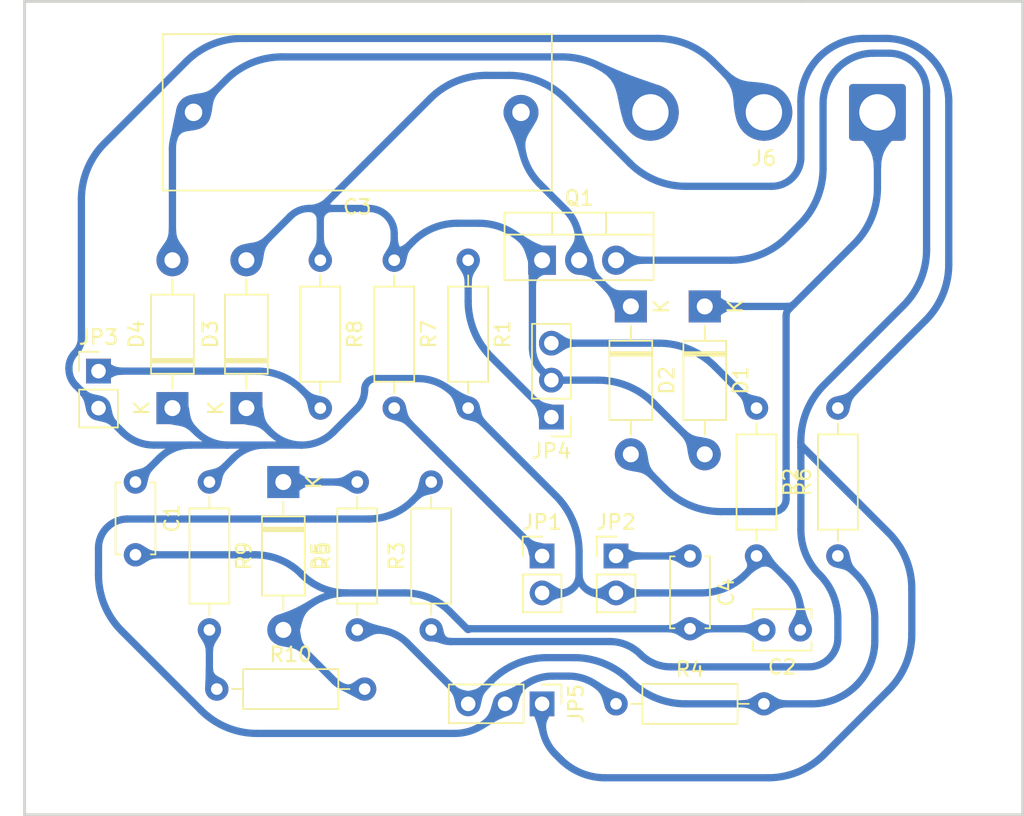
<source format=kicad_pcb>
(kicad_pcb (version 20211014) (generator pcbnew)
  (layers (0 "F.Cu" signal) (31 "B.Cu" signal) (34 "B.Paste" user) (35 "F.Paste" user) (36 "B.SilkS" user "B.Silkscreen") (37 "F.SilkS" user "F.Silkscreen") (38 "B.Mask" user) (39 "F.Mask" user) (44 "Edge.Cuts" user))
  (net 0 "")
  (net 1 "GND")
  (net 2 "Net-(C1-Pad2)")
  (net 3 "Net-(C3-Pad1)")
  (net 4 "RWIRE")
  (net 5 "Net-(C4-Pad1)")
  (net 6 "BWIRE")
  (net 7 "Net-(D5-Pad1)")
  (net 8 "Net-(D1-Pad2)")
  (net 9 "Net-(JP1-Pad1)")
  (net 10 "Net-(JP3-Pad1)")
  (net 11 "Net-(JP4-Pad1)")
  (net 12 "Net-(JP4-Pad3)")
  (net 13 "Net-(JP5-Pad1)")
  (net 14 "Net-(JP5-Pad2)")
  (net 15 "Net-(JP5-Pad3)")
  (net 16 "Net-(R9-Pad2)")
  (footprint "Resistor_THT:R_Axial_DIN0207_L6.3mm_D2.5mm_P10.16mm_Horizontal" (layer "F.Cu") (at 116.332 83.82 -90)
    (fp_text reference "R2")
    (fp_text value "16")
  )
  (footprint "Diode_THT:D_DO-41_SOD81_P10.16mm_Horizontal" (layer "F.Cu") (at 83.82 88.9 -90)
    (fp_text reference "D5")
    (fp_text value "1N4007")
  )
  (footprint "Resistor_THT:R_Axial_DIN0207_L6.3mm_D2.5mm_P10.16mm_Horizontal" (layer "F.Cu") (at 88.9 99.06 90)
    (fp_text reference "R5")
    (fp_text value "33")
  )
  (footprint "Connector_PinHeader_2.54mm:PinHeader_1x03_P2.54mm_Vertical" (layer "F.Cu") (at 101.6 104.14 -90)
    (fp_text reference "JP5")
    (fp_text value "Conn_01x03_Male")
  )
  (footprint "Connector_PinHeader_2.54mm:PinHeader_1x02_P2.54mm_Vertical" (layer "F.Cu") (at 71.12 81.28)
    (fp_text reference "JP3")
    (fp_text value "Conn_01x02_Male")
  )
  (footprint "Resistor_THT:R_Axial_DIN0207_L6.3mm_D2.5mm_P10.16mm_Horizontal" (layer "F.Cu") (at 93.98 99.06 90)
    (fp_text reference "R3")
    (fp_text value "100")
  )
  (footprint "Resistor_THT:R_Axial_DIN0207_L6.3mm_D2.5mm_P10.16mm_Horizontal" (layer "F.Cu") (at 106.68 104.14)
    (fp_text reference "R4")
    (fp_text value "390")
  )
  (footprint "Resistor_THT:R_Axial_DIN0207_L6.3mm_D2.5mm_P10.16mm_Horizontal" (layer "F.Cu") (at 79.248 103.124)
    (fp_text reference "R10")
    (fp_text value "10")
  )
  (footprint "Diode_THT:D_DO-41_SOD81_P10.16mm_Horizontal" (layer "F.Cu") (at 76.2 83.82 90)
    (fp_text reference "D4")
    (fp_text value "1N4007")
  )
  (footprint "Connector_PinHeader_2.54mm:PinHeader_1x03_P2.54mm_Vertical" (layer "F.Cu") (at 102.235 84.44 180)
    (fp_text reference "JP4")
    (fp_text value "Conn_01x03_Male")
  )
  (footprint "Capacitor_THT:C_Rect_L26.5mm_W10.5mm_P22.50mm_MKS4" (layer "F.Cu") (at 100.15 63.5 180)
    (fp_text reference "C3")
    (fp_text value "1uF")
  )
  (footprint "Resistor_THT:R_Axial_DIN0207_L6.3mm_D2.5mm_P10.16mm_Horizontal" (layer "F.Cu") (at 86.36 73.66 -90)
    (fp_text reference "R8")
    (fp_text value "220")
  )
  (footprint "Diode_THT:D_DO-41_SOD81_P10.16mm_Horizontal" (layer "F.Cu") (at 107.696 76.835 -90)
    (fp_text reference "D2")
    (fp_text value "1N4007")
  )
  (footprint "Package_TO_SOT_THT:TO-220-3_Vertical" (layer "F.Cu") (at 101.6 73.66)
    (fp_text reference "Q1")
    (fp_text value "TIC106")
  )
  (footprint "Connector_Wire:SolderWire-2sqmm_1x03_P7.8mm_D2mm_OD3.9mm" (layer "F.Cu") (at 124.64 63.5 180)
    (fp_text reference "J6")
    (fp_text value "Conn_01x03_Male")
  )
  (footprint "Diode_THT:D_DO-41_SOD81_P10.16mm_Horizontal" (layer "F.Cu") (at 81.28 83.82 90)
    (fp_text reference "D3")
    (fp_text value "1N4007")
  )
  (footprint "Resistor_THT:R_Axial_DIN0207_L6.3mm_D2.5mm_P10.16mm_Horizontal" (layer "F.Cu") (at 91.44 73.66 -90)
    (fp_text reference "R7")
    (fp_text value "120")
  )
  (footprint "Connector_PinHeader_2.54mm:PinHeader_1x02_P2.54mm_Vertical" (layer "F.Cu") (at 106.68 93.98)
    (fp_text reference "JP2")
    (fp_text value "Conn_01x02_Male")
  )
  (footprint "Capacitor_THT:C_Disc_D3.8mm_W2.6mm_P2.50mm" (layer "F.Cu") (at 119.34 99.06 180)
    (fp_text reference "C2")
    (fp_text value "0.47uF")
  )
  (footprint "Capacitor_THT:C_Disc_D4.7mm_W2.5mm_P5.00mm" (layer "F.Cu") (at 73.66 88.9 -90)
    (fp_text reference "C1")
    (fp_text value "4.7uF")
  )
  (footprint "Connector_PinHeader_2.54mm:PinHeader_1x02_P2.54mm_Vertical" (layer "F.Cu") (at 101.6 93.98)
    (fp_text reference "JP1")
    (fp_text value "Conn_01x02_Male")
  )
  (footprint "Resistor_THT:R_Axial_DIN0207_L6.3mm_D2.5mm_P10.16mm_Horizontal" (layer "F.Cu") (at 96.52 73.66 -90)
    (fp_text reference "R1")
    (fp_text value "27")
  )
  (footprint "Diode_THT:D_DO-41_SOD81_P10.16mm_Horizontal" (layer "F.Cu") (at 112.776 76.835 -90)
    (fp_text reference "D1")
    (fp_text value "1N4007")
  )
  (footprint "Resistor_THT:R_Axial_DIN0207_L6.3mm_D2.5mm_P10.16mm_Horizontal" (layer "F.Cu") (at 121.92 93.98 90)
    (fp_text reference "R6")
    (fp_text value "1K")
  )
  (footprint "Capacitor_THT:C_Disc_D4.7mm_W2.5mm_P5.00mm" (layer "F.Cu") (at 111.76 93.98 -90)
    (fp_text reference "C4")
    (fp_text value "4.7uF")
  )
  (footprint "Resistor_THT:R_Axial_DIN0207_L6.3mm_D2.5mm_P10.16mm_Horizontal" (layer "F.Cu") (at 78.74 88.9 -90)
    (fp_text reference "R9")
    (fp_text value "750")
  )
  (gr_line (start 134.62 111.76) (end 134.62 55.88) (layer "Edge.Cuts") (width 0.2))
  (gr_line (start 66.04 55.88) (end 66.04 111.76) (layer "Edge.Cuts") (width 0.2))
  (gr_line (start 134.62 55.88) (end 119.38 55.88) (layer "Edge.Cuts") (width 0.2))
  (gr_line (start 119.38 55.88) (end 66.04 55.88) (layer "Edge.Cuts") (width 0.2))
  (gr_line (start 66.04 111.76) (end 134.62 111.76) (layer "Edge.Cuts") (width 0.2))
  (segment (start 113.353792 60.013792) (end 116.84 63.5) (width 0.5) (layer "B.Cu") (net 1))
  (segment (start 116.84 93.98) (end 115.57 95.25) (width 0.5) (layer "B.Cu") (net 1))
  (segment (start 82.55 86.36) (end 85.09 86.36) (width 0.5) (layer "B.Cu") (net 1))
  (segment (start 71.539281 65.620718) (end 77.146207 60.013792) (width 0.5) (layer "B.Cu") (net 1))
  (segment (start 112.503948 96.52) (end 106.68 96.52) (width 0.5) (layer "B.Cu") (net 1))
  (segment (start 80.381974 87.258025) (end 78.74 88.9) (width 0.5) (layer "B.Cu") (net 1))
  (segment (start 77.841974 85.461974) (end 76.2 83.82) (width 0.5) (layer "B.Cu") (net 1))
  (segment (start 71.12 83.82) (end 69.559294 82.259294) (width 0.5) (layer "B.Cu") (net 1))
  (segment (start 77.47 86.36) (end 80.01 86.36) (width 0.5) (layer "B.Cu") (net 1))
  (segment (start 102.546207 89.846207) (end 96.52 83.82) (width 0.5) (layer "B.Cu") (net 1))
  (segment (start 71.12 83.82) (end 72.761974 85.461974) (width 0.5) (layer "B.Cu") (net 1))
  (segment (start 105.41 96.52) (end 106.68 96.52) (width 0.5) (layer "B.Cu") (net 1))
  (segment (start 102.87 96.52) (end 101.6 96.52) (width 0.5) (layer "B.Cu") (net 1))
  (segment (start 82.55 86.36) (end 80.01 86.36) (width 0.5) (layer "B.Cu") (net 1))
  (segment (start 75.301974 87.258025) (end 73.66 88.9) (width 0.5) (layer "B.Cu") (net 1))
  (segment (start 88.869184 83.850815) (end 87.258025 85.461974) (width 0.5) (layer "B.Cu") (net 1))
  (segment (start 116.84 93.98) (end 118.427832 95.567832) (width 0.5) (layer "B.Cu") (net 1))
  (segment (start 80.993963 58.42) (end 109.506036 58.42) (width 0.5) (layer "B.Cu") (net 1))
  (segment (start 74.93 86.36) (end 77.47 86.36) (width 0.5) (layer "B.Cu") (net 1))
  (segment (start 90.17 81.788) (end 93.051159 81.788) (width 0.5) (layer "B.Cu") (net 1))
  (segment (start 104.14 95.25) (end 104.14 93.693963) (width 0.5) (layer "B.Cu") (net 1))
  (segment (start 95.504 82.804) (end 96.52 83.82) (width 0.5) (layer "B.Cu") (net 1))
  (segment (start 69.945489 78.991152) (end 69.945489 69.468474) (width 0.5) (layer "B.Cu") (net 1))
  (segment (start 69.088 81.121489) (end 69.088 81.061314) (width 0.5) (layer "B.Cu") (net 1))
  (segment (start 119.34 97.77) (end 119.34 99.06) (width 0.5) (layer "B.Cu") (net 1))
  (segment (start 82.921974 85.461974) (end 81.28 83.82) (width 0.5) (layer "B.Cu") (net 1))
  (arc (start 118.427832 95.567832) (mid 119.102935 96.578195) (end 119.34 97.77) (width 0.5) (layer "B.Cu") (net 1))
  (arc (start 88.869184 83.850815) (mid 89.267966 83.253996) (end 89.408 82.55) (width 0.5) (layer "B.Cu") (net 1))
  (arc (start 77.47 86.36) (mid 76.296672 86.593389) (end 75.301974 87.258025) (width 0.5) (layer "B.Cu") (net 1))
  (arc (start 104.14 95.25) (mid 103.768025 96.148025) (end 102.87 96.52) (width 0.5) (layer "B.Cu") (net 1))
  (arc (start 74.93 86.36) (mid 73.756672 86.12661) (end 72.761974 85.461974) (width 0.5) (layer "B.Cu") (net 1))
  (arc (start 112.503948 96.52) (mid 114.163283 96.189937) (end 115.57 95.25) (width 0.5) (layer "B.Cu") (net 1))
  (arc (start 82.921974 85.461974) (mid 83.916672 86.12661) (end 85.09 86.36) (width 0.5) (layer "B.Cu") (net 1))
  (arc (start 77.841974 85.461974) (mid 78.836672 86.12661) (end 80.01 86.36) (width 0.5) (layer "B.Cu") (net 1))
  (arc (start 71.539281 65.620718) (mid 70.359702 67.386083) (end 69.945489 69.468474) (width 0.5) (layer "B.Cu") (net 1))
  (arc (start 82.55 86.36) (mid 81.376672 86.593389) (end 80.381974 87.258025) (width 0.5) (layer "B.Cu") (net 1))
  (arc (start 104.14 93.693963) (mid 103.725786 91.611572) (end 102.546207 89.846207) (width 0.5) (layer "B.Cu") (net 1))
  (arc (start 95.504 82.804) (mid 94.378626 82.052049) (end 93.051159 81.788) (width 0.5) (layer "B.Cu") (net 1))
  (arc (start 80.993963 58.42) (mid 78.911572 58.834213) (end 77.146207 60.013792) (width 0.5) (layer "B.Cu") (net 1))
  (arc (start 69.559294 82.259294) (mid 69.210485 81.737264) (end 69.088 81.121489) (width 0.5) (layer "B.Cu") (net 1))
  (arc (start 69.945489 78.991152) (mid 69.834061 79.551334) (end 69.516744 80.026233) (width 0.5) (layer "B.Cu") (net 1))
  (arc (start 87.258025 85.461974) (mid 86.263326 86.12661) (end 85.09 86.36) (width 0.5) (layer "B.Cu") (net 1))
  (arc (start 90.17 81.788) (mid 89.631184 82.011184) (end 89.408 82.55) (width 0.5) (layer "B.Cu") (net 1))
  (arc (start 109.506036 58.42) (mid 111.588426 58.834213) (end 113.353792 60.013792) (width 0.5) (layer "B.Cu") (net 1))
  (arc (start 69.516744 80.026233) (mid 69.199426 80.501132) (end 69.088 81.061314) (width 0.5) (layer "B.Cu") (net 1))
  (arc (start 104.14 95.25) (mid 104.511974 96.148025) (end 105.41 96.52) (width 0.5) (layer "B.Cu") (net 1))
  (segment (start 111.76 98.98) (end 116.76 98.98) (width 0.5) (layer "B.Cu") (net 2))
  (segment (start 83.82 99.06) (end 87.345184 102.585184) (width 0.5) (layer "B.Cu") (net 2))
  (segment (start 88.156051 96.52) (end 92.183948 96.52) (width 0.5) (layer "B.Cu") (net 2))
  (segment (start 96.48 99.02) (end 95.25 97.79) (width 0.5) (layer "B.Cu") (net 2))
  (segment (start 85.09 95.25) (end 85.05 95.21) (width 0.5) (layer "B.Cu") (net 2))
  (segment (start 81.88738 93.9) (end 73.66 93.9) (width 0.5) (layer "B.Cu") (net 2))
  (segment (start 111.76 98.98) (end 96.656568 98.98) (width 0.5) (layer "B.Cu") (net 2))
  (segment (start 85.09 97.79) (end 83.82 99.06) (width 0.5) (layer "B.Cu") (net 2))
  (segment (start 88.646 103.124) (end 89.408 103.124) (width 0.5) (layer "B.Cu") (net 2))
  (arc (start 96.56 99.02) (mid 96.604305 98.990395) (end 96.656568 98.98) (width 0.5) (layer "B.Cu") (net 2))
  (arc (start 95.25 97.79) (mid 93.843283 96.850062) (end 92.183948 96.52) (width 0.5) (layer "B.Cu") (net 2))
  (arc (start 85.09 97.79) (mid 86.496716 96.850062) (end 88.156051 96.52) (width 0.5) (layer "B.Cu") (net 2))
  (arc (start 85.05 95.21) (mid 83.598977 94.240457) (end 81.88738 93.9) (width 0.5) (layer "B.Cu") (net 2))
  (arc (start 88.646 103.124) (mid 87.942003 102.983966) (end 87.345184 102.585184) (width 0.5) (layer "B.Cu") (net 2))
  (arc (start 85.09 95.25) (mid 86.496716 96.189937) (end 88.156051 96.52) (width 0.5) (layer "B.Cu") (net 2))
  (arc (start 96.48 99.02) (mid 96.52 99.036568) (end 96.56 99.02) (width 0.5) (layer "B.Cu") (net 2))
  (segment (start 107.5055 76.835) (end 107.696 76.835) (width 0.5) (layer "B.Cu") (net 3))
  (segment (start 103.241974 70.221974) (end 101.433398 68.413398) (width 0.5) (layer "B.Cu") (net 3))
  (segment (start 100.15 65.315) (end 100.15 63.5) (width 0.5) (layer "B.Cu") (net 3))
  (segment (start 107.180296 76.700296) (end 104.14 73.66) (width 0.5) (layer "B.Cu") (net 3))
  (segment (start 104.14 72.39) (end 104.14 73.66) (width 0.5) (layer "B.Cu") (net 3))
  (arc (start 107.180296 76.700296) (mid 107.3295 76.799991) (end 107.5055 76.835) (width 0.5) (layer "B.Cu") (net 3))
  (arc (start 104.14 72.39) (mid 103.90661 71.216672) (end 103.241974 70.221974) (width 0.5) (layer "B.Cu") (net 3))
  (arc (start 101.433398 68.413398) (mid 100.483544 66.991841) (end 100.15 65.315) (width 0.5) (layer "B.Cu") (net 3))
  (segment (start 106.823792 61.283792) (end 109.04 63.5) (width 0.5) (layer "B.Cu") (net 4))
  (segment (start 102.976036 59.69) (end 83.713963 59.69) (width 0.5) (layer "B.Cu") (net 4))
  (segment (start 76.2 65.975304) (end 76.2 73.66) (width 0.5) (layer "B.Cu") (net 4))
  (segment (start 77.649999 63.499999) (end 77.468749 63.681249) (width 0.5) (layer "B.Cu") (net 4))
  (segment (start 77.468749 63.681249) (end 77.287499 63.862499) (width 0.5) (layer "B.Cu") (net 4))
  (segment (start 78.148436 63.001561) (end 77.876561 63.273436) (width 0.5) (layer "B.Cu") (net 4))
  (segment (start 79.099999 62.049999) (end 78.374998 62.774998) (width 0.5) (layer "B.Cu") (net 4))
  (segment (start 79.099999 62.049999) (end 79.866207 61.283792) (width 0.5) (layer "B.Cu") (net 4))
  (segment (start 77.060936 64.089062) (end 76.970312 64.179687) (width 0.5) (layer "B.Cu") (net 4))
  (segment (start 77.831248 63.318748) (end 77.876561 63.273436) (width 0.5) (layer "B.Cu") (net 4))
  (segment (start 77.831248 63.318748) (end 77.649999 63.499999) (width 0.5) (layer "B.Cu") (net 4))
  (segment (start 77.060936 64.089062) (end 77.106249 64.043749) (width 0.5) (layer "B.Cu") (net 4))
  (segment (start 76.970312 64.179687) (end 76.925 64.225) (width 0.5) (layer "B.Cu") (net 4))
  (segment (start 77.287499 63.862499) (end 77.106249 64.043749) (width 0.5) (layer "B.Cu") (net 4))
  (segment (start 78.374998 62.774998) (end 78.148436 63.001561) (width 0.5) (layer "B.Cu") (net 4))
  (arc (start 83.713963 59.69) (mid 81.631572 60.104213) (end 79.866207 61.283792) (width 0.5) (layer "B.Cu") (net 4))
  (arc (start 76.2 65.975304) (mid 76.388421 65.028046) (end 76.925 64.225) (width 0.5) (layer "B.Cu") (net 4))
  (arc (start 106.823792 61.283792) (mid 105.058426 60.104213) (end 102.976036 59.69) (width 0.5) (layer "B.Cu") (net 4))
  (segment (start 106.68 93.98) (end 111.76 93.98) (width 0.5) (layer "B.Cu") (net 5))
  (segment (start 110.039207 89.338207) (end 107.696 86.995) (width 0.5) (layer "B.Cu") (net 6))
  (segment (start 124.64 68.686036) (end 124.64 63.5) (width 0.5) (layer "B.Cu") (net 6))
  (segment (start 118.475592 76.835) (end 113.03 76.835) (width 0.5) (layer "B.Cu") (net 6))
  (segment (start 123.046207 72.533792) (end 118.9355 76.6445) (width 0.5) (layer "B.Cu") (net 6))
  (segment (start 118.5545 77.0255) (end 118.9355 76.6445) (width 0.5) (layer "B.Cu") (net 6))
  (segment (start 113.886963 90.932) (end 117.496789 90.932) (width 0.5) (layer "B.Cu") (net 6))
  (segment (start 118.364 90.064789) (end 118.364 77.485407) (width 0.5) (layer "B.Cu") (net 6))
  (arc (start 118.9355 76.6445) (mid 118.724492 76.78549) (end 118.475592 76.835) (width 0.5) (layer "B.Cu") (net 6))
  (arc (start 110.039207 89.338207) (mid 111.804572 90.517786) (end 113.886963 90.932) (width 0.5) (layer "B.Cu") (net 6))
  (arc (start 118.5545 77.0255) (mid 118.413509 77.236507) (end 118.364 77.485407) (width 0.5) (layer "B.Cu") (net 6))
  (arc (start 124.64 68.686036) (mid 124.225786 70.768426) (end 123.046207 72.533792) (width 0.5) (layer "B.Cu") (net 6))
  (arc (start 118.5545 77.0255) (mid 118.57869 76.903887) (end 118.475592 76.835) (width 0.5) (layer "B.Cu") (net 6))
  (arc (start 118.11 90.678) (mid 117.828656 90.865987) (end 117.496789 90.932) (width 0.5) (layer "B.Cu") (net 6))
  (arc (start 118.11 90.678) (mid 118.297987 90.396656) (end 118.364 90.064789) (width 0.5) (layer "B.Cu") (net 6))
  (segment (start 83.82 88.9) (end 88.9 88.9) (width 0.5) (layer "B.Cu") (net 7))
  (segment (start 92.71 72.39) (end 91.44 73.66) (width 0.5) (layer "B.Cu") (net 8))
  (segment (start 91.44 71.83842) (end 91.44 73.66) (width 0.5) (layer "B.Cu") (net 8))
  (segment (start 100.935489 79.681595) (end 100.935489 74.794391) (width 0.5) (layer "B.Cu") (net 8))
  (segment (start 107.626207 66.986207) (end 103.193792 62.553792) (width 0.5) (layer "B.Cu") (net 8))
  (segment (start 99.346036 60.96) (end 97.757963 60.96) (width 0.5) (layer "B.Cu") (net 8))
  (segment (start 127.946207 77.793792) (end 121.92 83.82) (width 0.5) (layer "B.Cu") (net 8))
  (segment (start 89.705579 70.104) (end 87.122 70.104) (width 0.5) (layer "B.Cu") (net 8))
  (segment (start 95.776051 71.12) (end 97.263948 71.12) (width 0.5) (layer "B.Cu") (net 8))
  (segment (start 89.408 67.056) (end 87.375999 69.087999) (width 0.5) (layer "B.Cu") (net 8))
  (segment (start 84.297184 70.642815) (end 81.28 73.66) (width 0.5) (layer "B.Cu") (net 8))
  (segment (start 87.375999 69.087999) (end 86.898815 69.565184) (width 0.5) (layer "B.Cu") (net 8))
  (segment (start 86.36 70.866) (end 86.36 73.66) (width 0.5) (layer "B.Cu") (net 8))
  (segment (start 119.38 66.580001) (end 119.38 62.756051) (width 0.5) (layer "B.Cu") (net 8))
  (segment (start 123.716051 58.42) (end 125.203948 58.42) (width 0.5) (layer "B.Cu") (net 8))
  (segment (start 93.910207 62.553792) (end 89.408 67.056) (width 0.5) (layer "B.Cu") (net 8))
  (segment (start 109.274792 83.493792) (end 112.776 86.995) (width 0.5) (layer "B.Cu") (net 8))
  (segment (start 103.153893 81.9) (end 105.427036 81.9) (width 0.5) (layer "B.Cu") (net 8))
  (segment (start 129.54 62.756051) (end 129.54 73.946036) (width 0.5) (layer "B.Cu") (net 8))
  (segment (start 117.380001 68.58) (end 111.473963 68.58) (width 0.5) (layer "B.Cu") (net 8))
  (segment (start 101.267744 73.327744) (end 100.33 72.39) (width 0.5) (layer "B.Cu") (net 8))
  (arc (start 109.274792 83.493792) (mid 107.509426 82.314213) (end 105.427036 81.9) (width 0.5) (layer "B.Cu") (net 8))
  (arc (start 101.585244 81.250244) (mid 101.104354 80.530542) (end 100.935489 79.681595) (width 0.5) (layer "B.Cu") (net 8))
  (arc (start 101.267744 73.327744) (mid 101.405368 73.659999) (end 101.267744 73.992255) (width 0.5) (layer "B.Cu") (net 8))
  (arc (start 90.932 70.612) (mid 91.307975 71.174686) (end 91.44 71.83842) (width 0.5) (layer "B.Cu") (net 8))
  (arc (start 95.776051 71.12) (mid 94.116716 71.450062) (end 92.71 72.39) (width 0.5) (layer "B.Cu") (net 8))
  (arc (start 85.598 70.104) (mid 86.301996 69.963966) (end 86.898815 69.565184) (width 0.5) (layer "B.Cu") (net 8))
  (arc (start 87.122 70.104) (mid 86.583184 70.327184) (end 86.36 70.866) (width 0.5) (layer "B.Cu") (net 8))
  (arc (start 103.153893 81.9) (mid 102.304946 81.731133) (end 101.585244 81.250244) (width 0.5) (layer "B.Cu") (net 8))
  (arc (start 103.193792 62.553792) (mid 101.428426 61.374213) (end 99.346036 60.96) (width 0.5) (layer "B.Cu") (net 8))
  (arc (start 100.935489 74.794391) (mid 101.021839 74.360278) (end 101.267744 73.992255) (width 0.5) (layer "B.Cu") (net 8))
  (arc (start 86.898815 69.565184) (mid 86.830395 69.909155) (end 87.122 70.104) (width 0.5) (layer "B.Cu") (net 8))
  (arc (start 127.946207 77.793792) (mid 129.125786 76.028426) (end 129.54 73.946036) (width 0.5) (layer "B.Cu") (net 8))
  (arc (start 123.716051 58.42) (mid 122.056716 58.750062) (end 120.65 59.69) (width 0.5) (layer "B.Cu") (net 8))
  (arc (start 119.38 62.756051) (mid 119.710062 61.096716) (end 120.65 59.69) (width 0.5) (layer "B.Cu") (net 8))
  (arc (start 90.932 70.612) (mid 90.369313 70.236024) (end 89.705579 70.104) (width 0.5) (layer "B.Cu") (net 8))
  (arc (start 128.27 59.69) (mid 126.863283 58.750062) (end 125.203948 58.42) (width 0.5) (layer "B.Cu") (net 8))
  (arc (start 86.36 70.866) (mid 86.136815 70.327184) (end 85.598 70.104) (width 0.5) (layer "B.Cu") (net 8))
  (arc (start 128.27 59.69) (mid 129.209937 61.096716) (end 129.54 62.756051) (width 0.5) (layer "B.Cu") (net 8))
  (arc (start 107.626207 66.986207) (mid 109.391572 68.165786) (end 111.473963 68.58) (width 0.5) (layer "B.Cu") (net 8))
  (arc (start 119.38 66.580001) (mid 118.794213 67.994213) (end 117.380001 68.58) (width 0.5) (layer "B.Cu") (net 8))
  (arc (start 97.757963 60.96) (mid 95.675572 61.374213) (end 93.910207 62.553792) (width 0.5) (layer "B.Cu") (net 8))
  (arc (start 85.598 70.104) (mid 84.894003 70.244033) (end 84.297184 70.642815) (width 0.5) (layer "B.Cu") (net 8))
  (arc (start 97.263948 71.12) (mid 98.923283 71.450062) (end 100.33 72.39) (width 0.5) (layer "B.Cu") (net 8))
  (segment (start 91.44 83.82) (end 101.6 93.98) (width 0.5) (layer "B.Cu") (net 9))
  (segment (start 85.09 82.55) (end 86.36 83.82) (width 0.5) (layer "B.Cu") (net 10))
  (segment (start 82.023948 81.28) (end 71.12 81.28) (width 0.5) (layer "B.Cu") (net 10))
  (arc (start 85.09 82.55) (mid 83.683283 81.610062) (end 82.023948 81.28) (width 0.5) (layer "B.Cu") (net 10))
  (segment (start 98.113792 80.318792) (end 102.235 84.44) (width 0.5) (layer "B.Cu") (net 11))
  (segment (start 96.52 76.471036) (end 96.52 73.66) (width 0.5) (layer "B.Cu") (net 11))
  (arc (start 98.113792 80.318792) (mid 96.934213 78.553426) (end 96.52 76.471036) (width 0.5) (layer "B.Cu") (net 11))
  (segment (start 109.618036 79.36) (end 102.235 79.36) (width 0.5) (layer "B.Cu") (net 12))
  (segment (start 113.465792 80.953792) (end 116.332 83.82) (width 0.5) (layer "B.Cu") (net 12))
  (arc (start 109.618036 79.36) (mid 111.700426 79.774213) (end 113.465792 80.953792) (width 0.5) (layer "B.Cu") (net 12))
  (segment (start 121.92 99.600001) (end 121.92 98.316051) (width 0.5) (layer "B.Cu") (net 13))
  (segment (start 105.936051 109.22) (end 117.126036 109.22) (width 0.5) (layer "B.Cu") (net 13))
  (segment (start 125.414369 59.436) (end 124.37284 59.436) (width 0.5) (layer "B.Cu") (net 13))
  (segment (start 119.38 86.503018) (end 119.38 86.216981) (width 0.5) (layer "B.Cu") (net 13))
  (segment (start 114.586036 73.66) (end 106.68 73.66) (width 0.5) (layer "B.Cu") (net 13))
  (segment (start 110.450366 101.6) (end 119.920001 101.6) (width 0.5) (layer "B.Cu") (net 13))
  (segment (start 95.345683 99.859999) (end 106.249632 99.859999) (width 0.5) (layer "B.Cu") (net 13))
  (segment (start 102.498025 107.578025) (end 102.87 107.95) (width 0.5) (layer "B.Cu") (net 13))
  (segment (start 119.310206 71.189792) (end 118.433792 72.066207) (width 0.5) (layer "B.Cu") (net 13))
  (segment (start 120.904 67.342036) (end 120.904 62.90484) (width 0.5) (layer "B.Cu") (net 13))
  (segment (start 128.016 72.930036) (end 128.016 62.03763) (width 0.5) (layer "B.Cu") (net 13))
  (segment (start 101.6 105.41) (end 101.6 104.14) (width 0.5) (layer "B.Cu") (net 13))
  (segment (start 120.973792 107.626207) (end 125.406207 103.193792) (width 0.5) (layer "B.Cu") (net 13))
  (segment (start 94.379999 99.459999) (end 93.98 99.06) (width 0.5) (layer "B.Cu") (net 13))
  (segment (start 119.38 86.503018) (end 119.38 92.183948) (width 0.5) (layer "B.Cu") (net 13))
  (segment (start 127 99.346036) (end 127 96.233963) (width 0.5) (layer "B.Cu") (net 13))
  (segment (start 119.38 86.216981) (end 119.38 86.073963) (width 0.5) (layer "B.Cu") (net 13))
  (segment (start 119.481129 86.461129) (end 125.406207 92.386207) (width 0.5) (layer "B.Cu") (net 13))
  (segment (start 126.422207 76.777792) (end 120.973792 82.226207) (width 0.5) (layer "B.Cu") (net 13))
  (arc (start 119.310206 71.189792) (mid 120.489786 69.424426) (end 120.904 67.342036) (width 0.5) (layer "B.Cu") (net 13))
  (arc (start 114.586036 73.66) (mid 116.668426 73.245786) (end 118.433792 72.066207) (width 0.5) (layer "B.Cu") (net 13))
  (arc (start 127 99.346036) (mid 126.585786 101.428426) (end 125.406207 103.193792) (width 0.5) (layer "B.Cu") (net 13))
  (arc (start 106.249632 99.859999) (mid 107.386342 100.086104) (end 108.349999 100.729999) (width 0.5) (layer "B.Cu") (net 13))
  (arc (start 120.973792 82.226207) (mid 119.794213 83.991572) (end 119.38 86.073963) (width 0.5) (layer "B.Cu") (net 13))
  (arc (start 119.481129 86.461129) (mid 119.406282 86.349113) (end 119.38 86.216981) (width 0.5) (layer "B.Cu") (net 13))
  (arc (start 108.349999 100.729999) (mid 109.313655 101.373894) (end 110.450366 101.6) (width 0.5) (layer "B.Cu") (net 13))
  (arc (start 120.65 95.25) (mid 119.710062 93.843283) (end 119.38 92.183948) (width 0.5) (layer "B.Cu") (net 13))
  (arc (start 128.016 72.930036) (mid 127.601786 75.012426) (end 126.422207 76.777792) (width 0.5) (layer "B.Cu") (net 13))
  (arc (start 125.406207 92.386207) (mid 126.585786 94.151572) (end 127 96.233963) (width 0.5) (layer "B.Cu") (net 13))
  (arc (start 124.37284 59.436) (mid 123.045372 59.700049) (end 121.92 60.452) (width 0.5) (layer "B.Cu") (net 13))
  (arc (start 127.254 60.198) (mid 127.817962 61.042029) (end 128.016 62.03763) (width 0.5) (layer "B.Cu") (net 13))
  (arc (start 121.92 98.316051) (mid 121.589937 96.656716) (end 120.65 95.25) (width 0.5) (layer "B.Cu") (net 13))
  (arc (start 120.973792 107.626207) (mid 119.208426 108.805786) (end 117.126036 109.22) (width 0.5) (layer "B.Cu") (net 13))
  (arc (start 101.6 105.41) (mid 101.833389 106.583326) (end 102.498025 107.578025) (width 0.5) (layer "B.Cu") (net 13))
  (arc (start 121.92 99.600001) (mid 121.334213 101.014213) (end 119.920001 101.6) (width 0.5) (layer "B.Cu") (net 13))
  (arc (start 105.936051 109.22) (mid 104.276716 108.889937) (end 102.87 107.95) (width 0.5) (layer "B.Cu") (net 13))
  (arc (start 120.904 62.90484) (mid 121.168049 61.577372) (end 121.92 60.452) (width 0.5) (layer "B.Cu") (net 13))
  (arc (start 125.414369 59.436) (mid 126.40997 59.634037) (end 127.254 60.198) (width 0.5) (layer "B.Cu") (net 13))
  (arc (start 119.38 86.503018) (mid 119.416569 86.448287) (end 119.481129 86.461129) (width 0.5) (layer "B.Cu") (net 13))
  (arc (start 95.345683 99.859999) (mid 94.823058 99.756042) (end 94.379999 99.459999) (width 0.5) (layer "B.Cu") (net 13))
  (segment (start 73.119998 91.44) (end 89.643948 91.44) (width 0.5) (layer "B.Cu") (net 14))
  (segment (start 72.713792 99.129792) (end 78.162207 104.578207) (width 0.5) (layer "B.Cu") (net 14))
  (segment (start 102.312038 102.235) (end 103.427961 102.235) (width 0.5) (layer "B.Cu") (net 14))
  (segment (start 71.12 95.282036) (end 71.12 93.439998) (width 0.5) (layer "B.Cu") (net 14))
  (segment (start 99.06 104.14) (end 98.044 105.156) (width 0.5) (layer "B.Cu") (net 14))
  (segment (start 82.009963 106.172) (end 95.591159 106.172) (width 0.5) (layer "B.Cu") (net 14))
  (segment (start 99.06 104.14) (end 100.0125 103.1875) (width 0.5) (layer "B.Cu") (net 14))
  (segment (start 105.7275 103.1875) (end 106.68 104.14) (width 0.5) (layer "B.Cu") (net 14))
  (segment (start 92.71 90.17) (end 93.98 88.9) (width 0.5) (layer "B.Cu") (net 14))
  (arc (start 71.12 93.439998) (mid 71.705785 92.025785) (end 73.119998 91.44) (width 0.5) (layer "B.Cu") (net 14))
  (arc (start 92.71 90.17) (mid 91.303283 91.109937) (end 89.643948 91.44) (width 0.5) (layer "B.Cu") (net 14))
  (arc (start 82.009963 106.172) (mid 79.927572 105.757786) (end 78.162207 104.578207) (width 0.5) (layer "B.Cu") (net 14))
  (arc (start 105.7275 103.1875) (mid 104.672462 102.482546) (end 103.427961 102.235) (width 0.5) (layer "B.Cu") (net 14))
  (arc (start 102.312038 102.235) (mid 101.067537 102.482546) (end 100.0125 103.1875) (width 0.5) (layer "B.Cu") (net 14))
  (arc (start 71.12 95.282036) (mid 71.534213 97.364426) (end 72.713792 99.129792) (width 0.5) (layer "B.Cu") (net 14))
  (arc (start 95.591159 106.172) (mid 96.918626 105.90795) (end 98.044 105.156) (width 0.5) (layer "B.Cu") (net 14))
  (segment (start 123.19 95.25) (end 121.92 93.98) (width 0.5) (layer "B.Cu") (net 15))
  (segment (start 92.338025 99.958025) (end 96.52 104.14) (width 0.5) (layer "B.Cu") (net 15))
  (segment (start 96.52 104.14) (end 98.1075 102.5525) (width 0.5) (layer "B.Cu") (net 15))
  (segment (start 111.465064 104.14) (end 116.84 104.14) (width 0.5) (layer "B.Cu") (net 15))
  (segment (start 90.17 99.06) (end 88.9 99.06) (width 0.5) (layer "B.Cu") (net 15))
  (segment (start 124.46 99.803948) (end 124.46 98.316051) (width 0.5) (layer "B.Cu") (net 15))
  (segment (start 116.84 104.14) (end 120.123948 104.14) (width 0.5) (layer "B.Cu") (net 15))
  (segment (start 103.799935 100.965) (end 101.940064 100.965) (width 0.5) (layer "B.Cu") (net 15))
  (arc (start 107.6325 102.5525) (mid 105.874104 101.377577) (end 103.799935 100.965) (width 0.5) (layer "B.Cu") (net 15))
  (arc (start 124.46 99.803948) (mid 124.129937 101.463283) (end 123.19 102.87) (width 0.5) (layer "B.Cu") (net 15))
  (arc (start 98.1075 102.5525) (mid 99.865895 101.377577) (end 101.940064 100.965) (width 0.5) (layer "B.Cu") (net 15))
  (arc (start 124.46 98.316051) (mid 124.129937 96.656716) (end 123.19 95.25) (width 0.5) (layer "B.Cu") (net 15))
  (arc (start 111.465064 104.14) (mid 109.390895 103.727422) (end 107.6325 102.5525) (width 0.5) (layer "B.Cu") (net 15))
  (arc (start 120.123948 104.14) (mid 121.783283 103.809937) (end 123.19 102.87) (width 0.5) (layer "B.Cu") (net 15))
  (arc (start 92.338025 99.958025) (mid 91.343326 99.293389) (end 90.17 99.06) (width 0.5) (layer "B.Cu") (net 15))
  (segment (start 78.74 102.256789) (end 78.74 99.06) (width 0.5) (layer "B.Cu") (net 16))
  (segment (start 78.994 102.87) (end 79.248 103.124) (width 0.5) (layer "B.Cu") (net 16))
  (arc (start 78.994 102.87) (mid 78.806012 102.588656) (end 78.74 102.256789) (width 0.5) (layer "B.Cu") (net 16))
  (zone (net 3) (net_name "Net-(C3-Pad1)") (layer "B.Cu") (priority 16962) (connect_pads yes (clearance 0)) (min_thickness 0.0254) (fill yes (thermal_gap 0.508) (thermal_bridge_width 0.508))
    (polygon (pts (xy 103.755201 71.529168) (xy 103.817116 71.764377) (xy 103.842693 71.966454) (xy 103.836459 72.14252) (xy 103.802948 72.299695) (xy 103.746689 72.445101) (xy 103.672212 72.585858) (xy 103.58405 72.729087) (xy 103.486731 72.881909) (xy 103.384787 73.051444) (xy 103.28275 73.244815) (xy 104.14 74.13625) (xy 104.99725 73.244815) (xy 104.891688 73.027573) (xy 104.801127 72.841144) (xy 104.722356 72.676506) (xy 104.652163 72.524636) (xy 104.587335 72.376514) (xy 104.524661 72.223115) (xy 104.460929 72.05542) (xy 104.392927 71.864404) (xy 104.317443 71.641047) (xy 104.231265 71.376326)))
  )
  (zone (net 1) (net_name "GND") (layer "B.Cu") (priority 16962) (connect_pads yes (clearance 0)) (min_thickness 0.0254) (fill yes (thermal_gap 0.508) (thermal_bridge_width 0.508))
    (polygon (pts (xy 108.37 96.27) (xy 108.175728 96.262734) (xy 108.013338 96.241877) (xy 107.876066 96.208839) (xy 107.757152 96.165031) (xy 107.649833 96.111864) (xy 107.547347 96.050747) (xy 107.442933 95.983092) (xy 107.32983 95.910309) (xy 107.201274 95.833808) (xy 107.050506 95.755) (xy 106.255 96.52) (xy 107.050506 97.285) (xy 107.201274 97.206191) (xy 107.32983 97.12969) (xy 107.442933 97.056907) (xy 107.547347 96.989252) (xy 107.649833 96.928135) (xy 107.757152 96.874968) (xy 107.876066 96.83116) (xy 108.013338 96.798122) (xy 108.175728 96.777265) (xy 108.37 96.77)))
  )
  (zone (net 14) (net_name "Net-(JP5-Pad2)") (layer "B.Cu") (priority 16962) (connect_pads yes (clearance 0)) (min_thickness 0.0254) (fill yes (thermal_gap 0.508) (thermal_bridge_width 0.508))
    (polygon (pts (xy 104.969869 102.911235) (xy 105.174471 103.044189) (xy 105.33698 103.172332) (xy 105.464084 103.298817) (xy 105.562473 103.426795) (xy 105.638833 103.559418) (xy 105.699854 103.699838) (xy 105.752224 103.851209) (xy 105.80263 104.016681) (xy 105.857761 104.199407) (xy 105.924307 104.40254) (xy 106.962842 104.422842) (xy 106.94254 103.384307) (xy 106.726824 103.306437) (xy 106.543483 103.233903) (xy 106.384052 103.163675) (xy 106.24007 103.092724) (xy 106.103074 103.018022) (xy 105.9646 102.936539) (xy 105.816186 102.845247) (xy 105.64937 102.741117) (xy 105.455688 102.62112) (xy 105.226679 102.482227)))
  )
  (zone (net 4) (net_name "RWIRE") (layer "B.Cu") (priority 16962) (connect_pads yes (clearance 0)) (min_thickness 0.0254) (fill yes (thermal_gap 0.508) (thermal_bridge_width 0.508))
    (polygon (pts (xy 76.507534 65.472554) (xy 76.58119 65.244061) (xy 76.679203 65.075576) (xy 76.79944 64.956521) (xy 76.939771 64.876318) (xy 77.098062 64.82439) (xy 77.272184 64.790158) (xy 77.460004 64.763044) (xy 77.659391 64.732471) (xy 77.868213 64.687861) (xy 78.084339 64.618637) (xy 78.058724 63.060746) (xy 76.481026 63.228893) (xy 76.422499 63.485304) (xy 76.374152 63.704775) (xy 76.333207 63.897545) (xy 76.296885 64.073855) (xy 76.262408 64.243948) (xy 76.226998 64.418065) (xy 76.187876 64.606447) (xy 76.142265 64.819334) (xy 76.087386 65.066969) (xy 76.020462 65.359594)))
  )
  (zone (net 5) (net_name "Net-(C4-Pad1)") (layer "B.Cu") (priority 16962) (connect_pads yes (clearance 0)) (min_thickness 0.0254) (fill yes (thermal_gap 0.508) (thermal_bridge_width 0.508))
    (polygon (pts (xy 110.17 94.23) (xy 110.35224 94.236485) (xy 110.504934 94.255148) (xy 110.634319 94.284799) (xy 110.746632 94.324246) (xy 110.84811 94.3723) (xy 110.94499 94.42777) (xy 111.043511 94.489465) (xy 111.149909 94.556195) (xy 111.270423 94.62677) (xy 111.411289 94.7) (xy 112.16 93.98) (xy 111.411289 93.26) (xy 111.270423 93.333229) (xy 111.149909 93.403804) (xy 111.043511 93.470534) (xy 110.94499 93.532229) (xy 110.84811 93.587699) (xy 110.746632 93.635753) (xy 110.634319 93.6752) (xy 110.504934 93.704851) (xy 110.35224 93.723514) (xy 110.17 93.73)))
  )
  (zone (net 5) (net_name "Net-(C4-Pad1)") (layer "B.Cu") (priority 16962) (connect_pads yes (clearance 0)) (min_thickness 0.0254) (fill yes (thermal_gap 0.508) (thermal_bridge_width 0.508))
    (polygon (pts (xy 108.37 93.73) (xy 108.175728 93.722734) (xy 108.013338 93.701877) (xy 107.876066 93.668839) (xy 107.757152 93.625031) (xy 107.649833 93.571864) (xy 107.547347 93.510747) (xy 107.442933 93.443092) (xy 107.32983 93.370309) (xy 107.201274 93.293808) (xy 107.050506 93.215) (xy 106.255 93.98) (xy 107.050506 94.745) (xy 107.201274 94.666191) (xy 107.32983 94.58969) (xy 107.442933 94.516907) (xy 107.547347 94.449252) (xy 107.649833 94.388135) (xy 107.757152 94.334968) (xy 107.876066 94.29116) (xy 108.013338 94.258122) (xy 108.175728 94.237265) (xy 108.37 94.23)))
  )
  (zone (net 1) (net_name "GND") (layer "B.Cu") (priority 16962) (connect_pads yes (clearance 0)) (min_thickness 0.0254) (fill yes (thermal_gap 0.508) (thermal_bridge_width 0.508))
    (polygon (pts (xy 118.996016 97.042284) (xy 119.046901 97.272299) (xy 119.070953 97.470405) (xy 119.070859 97.643308) (xy 119.04931 97.797715) (xy 119.008993 97.940332) (xy 118.952597 98.077865) (xy 118.882811 98.217021) (xy 118.802323 98.364506) (xy 118.713823 98.527026) (xy 118.62 98.711289) (xy 119.34 99.46) (xy 120.06 98.711289) (xy 119.9648 98.509269) (xy 119.887669 98.333411) (xy 119.824926 98.175772) (xy 119.772894 98.028408) (xy 119.727893 97.883378) (xy 119.686246 97.73274) (xy 119.644272 97.568551) (xy 119.598294 97.382868) (xy 119.544633 97.16775) (xy 119.47961 96.915254)))
  )
  (zone (net 9) (net_name "Net-(JP1-Pad1)") (layer "B.Cu") (priority 16962) (connect_pads yes (clearance 0)) (min_thickness 0.0254) (fill yes (thermal_gap 0.508) (thermal_bridge_width 0.508))
    (polygon (pts (xy 100.228214 92.961767) (xy 100.360446 93.104274) (xy 100.460525 93.23385) (xy 100.53423 93.354277) (xy 100.587338 93.469339) (xy 100.625629 93.58282) (xy 100.654881 93.698504) (xy 100.680873 93.820175) (xy 100.709384 93.951617) (xy 100.746192 94.096613) (xy 100.797076 94.258949) (xy 101.90052 94.28052) (xy 101.878949 93.177076) (xy 101.716613 93.126192) (xy 101.571617 93.089384) (xy 101.440175 93.060873) (xy 101.318504 93.034881) (xy 101.20282 93.005629) (xy 101.089339 92.967338) (xy 100.974277 92.91423) (xy 100.85385 92.840525) (xy 100.724274 92.740446) (xy 100.581767 92.608214)))
  )
  (zone (net 7) (net_name "Net-(D5-Pad1)") (layer "B.Cu") (priority 16962) (connect_pads yes (clearance 0)) (min_thickness 0.0254) (fill yes (thermal_gap 0.508) (thermal_bridge_width 0.508))
    (polygon (pts (xy 86.01 88.65) (xy 85.755376 88.638827) (xy 85.544363 88.606987) (xy 85.367572 88.556994) (xy 85.215612 88.491363) (xy 85.079093 88.412608) (xy 84.948626 88.323245) (xy 84.814821 88.225788) (xy 84.668288 88.122751) (xy 84.499637 88.01665) (xy 84.299478 87.91) (xy 83.27 88.9) (xy 84.299478 89.89) (xy 84.499637 89.783349) (xy 84.668288 89.677248) (xy 84.814821 89.574211) (xy 84.948626 89.476754) (xy 85.079093 89.387391) (xy 85.215612 89.308636) (xy 85.367572 89.243005) (xy 85.544363 89.193012) (xy 85.755376 89.161172) (xy 86.01 89.15)))
  )
  (zone (net 1) (net_name "GND") (layer "B.Cu") (priority 16962) (connect_pads yes (clearance 0)) (min_thickness 0.0254) (fill yes (thermal_gap 0.508) (thermal_bridge_width 0.508))
    (polygon (pts (xy 113.912579 60.926132) (xy 114.221097 61.269254) (xy 114.438691 61.584739) (xy 114.582791 61.881138) (xy 114.670831 62.167004) (xy 114.720242 62.450889) (xy 114.748456 62.741346) (xy 114.772907 63.046928) (xy 114.811026 63.376186) (xy 114.880245 63.737673) (xy 114.997998 64.139942) (xy 117.529429 64.189429) (xy 117.479942 61.657998) (xy 117.077673 61.540245) (xy 116.716186 61.471026) (xy 116.386928 61.432907) (xy 116.081346 61.408456) (xy 115.790889 61.380242) (xy 115.507004 61.330831) (xy 115.221138 61.242791) (xy 114.924739 61.098691) (xy 114.609254 60.881097) (xy 114.266132 60.572579)))
  )
  (zone (net 1) (net_name "GND") (layer "B.Cu") (priority 16962) (connect_pads yes (clearance 0)) (min_thickness 0.0254) (fill yes (thermal_gap 0.508) (thermal_bridge_width 0.508))
    (polygon (pts (xy 104.466946 96.442077) (xy 104.672994 96.58859) (xy 104.860198 96.691923) (xy 105.032502 96.762264) (xy 105.193848 96.8098) (xy 105.348179 96.844719) (xy 105.499439 96.877208) (xy 105.651572 96.917456) (xy 105.80852 96.975649) (xy 105.974226 97.061975) (xy 106.152635 97.186622) (xy 107.105 96.52) (xy 106.309494 95.755) (xy 106.136647 95.847263) (xy 105.977426 95.944241) (xy 105.828356 96.038933) (xy 105.685962 96.124343) (xy 105.546768 96.19347) (xy 105.407298 96.239319) (xy 105.264078 96.254889) (xy 105.113632 96.233182) (xy 104.952484 96.167201) (xy 104.77716 96.049947)))
  )
  (zone (net 12) (net_name "Net-(JP4-Pad3)") (layer "B.Cu") (priority 16962) (connect_pads yes (clearance 0)) (min_thickness 0.0254) (fill yes (thermal_gap 0.508) (thermal_bridge_width 0.508))
    (polygon (pts (xy 115.030924 82.872478) (xy 115.155201 83.005927) (xy 115.249975 83.127095) (xy 115.320498 83.239549) (xy 115.372021 83.34686) (xy 115.409798 83.452594) (xy 115.43908 83.560322) (xy 115.46512 83.673612) (xy 115.493169 83.796032) (xy 115.528481 83.931152) (xy 115.576307 84.08254) (xy 116.614842 84.102842) (xy 116.59454 83.064307) (xy 116.443152 83.016481) (xy 116.308032 82.981169) (xy 116.185612 82.95312) (xy 116.072322 82.92708) (xy 115.964594 82.897798) (xy 115.85886 82.860021) (xy 115.751549 82.808498) (xy 115.639095 82.737975) (xy 115.517927 82.643201) (xy 115.384478 82.518924)))
  )
  (zone (net 14) (net_name "Net-(JP5-Pad2)") (layer "B.Cu") (priority 16962) (connect_pads yes (clearance 0)) (min_thickness 0.0254) (fill yes (thermal_gap 0.508) (thermal_bridge_width 0.508))
    (polygon (pts (xy 97.504295 105.892152) (xy 97.748275 105.744314) (xy 97.954808 105.617328) (xy 98.132893 105.507786) (xy 98.29153 105.412275) (xy 98.43972 105.327386) (xy 98.586462 105.24971) (xy 98.740756 105.175836) (xy 98.911601 105.102353) (xy 99.107999 105.025852) (xy 99.338949 104.942924) (xy 99.36052 103.83948) (xy 98.257076 103.861051) (xy 98.185898 104.079352) (xy 98.127559 104.275782) (xy 98.07476 104.453702) (xy 98.0202 104.616477) (xy 97.95658 104.767468) (xy 97.876599 104.91004) (xy 97.772957 105.047555) (xy 97.638356 105.183377) (xy 97.465494 105.320868) (xy 97.247073 105.463392)))
  )
  (zone (net 14) (net_name "Net-(JP5-Pad2)") (layer "B.Cu") (priority 16962) (connect_pads yes (clearance 0)) (min_thickness 0.0254) (fill yes (thermal_gap 0.508) (thermal_bridge_width 0.508))
    (polygon (pts (xy 93.032478 90.201076) (xy 93.165927 90.076798) (xy 93.287095 89.982024) (xy 93.399549 89.911501) (xy 93.50686 89.859978) (xy 93.612594 89.822201) (xy 93.720322 89.792919) (xy 93.833612 89.766879) (xy 93.956032 89.73883) (xy 94.091152 89.703518) (xy 94.24254 89.655693) (xy 94.262842 88.617158) (xy 93.224307 88.63746) (xy 93.176481 88.788847) (xy 93.141169 88.923967) (xy 93.11312 89.046387) (xy 93.08708 89.159677) (xy 93.057798 89.267405) (xy 93.020021 89.373139) (xy 92.968498 89.48045) (xy 92.897975 89.592904) (xy 92.803201 89.714072) (xy 92.678924 89.847522)))
  )
  (zone (net 8) (net_name "Net-(D1-Pad2)") (layer "B.Cu") (priority 16962) (connect_pads yes (clearance 0)) (min_thickness 0.0254) (fill yes (thermal_gap 0.508) (thermal_bridge_width 0.508))
    (polygon (pts (xy 101.185489 75.365941) (xy 101.198392 75.193184) (xy 101.235432 75.054937) (xy 101.294106 74.945194) (xy 101.371911 74.857948) (xy 101.466344 74.787192) (xy 101.5749 74.726919) (xy 101.695077 74.671123) (xy 101.824371 74.613797) (xy 101.960279 74.548934) (xy 102.100299 74.470528) (xy 101.855699 73.258215) (xy 100.6475 73.66) (xy 100.648563 73.863943) (xy 100.65145 74.038712) (xy 100.655705 74.192469) (xy 100.660872 74.333375) (xy 100.666494 74.46959) (xy 100.672116 74.609275) (xy 100.677283 74.760592) (xy 100.681538 74.931701) (xy 100.684425 75.130763) (xy 100.685489 75.365941)))
  )
  (zone (net 8) (net_name "Net-(D1-Pad2)") (layer "B.Cu") (priority 16962) (connect_pads yes (clearance 0)) (min_thickness 0.0254) (fill yes (thermal_gap 0.508) (thermal_bridge_width 0.508))
    (polygon (pts (xy 86.11 72.07) (xy 86.103514 72.25224) (xy 86.084851 72.404934) (xy 86.0552 72.534319) (xy 86.015753 72.646632) (xy 85.967699 72.74811) (xy 85.912229 72.84499) (xy 85.850534 72.943511) (xy 85.783804 73.049909) (xy 85.713229 73.170423) (xy 85.64 73.311289) (xy 86.36 74.06) (xy 87.08 73.311289) (xy 87.00677 73.170423) (xy 86.936195 73.049909) (xy 86.869465 72.943511) (xy 86.80777 72.84499) (xy 86.7523 72.74811) (xy 86.704246 72.646632) (xy 86.664799 72.534319) (xy 86.635148 72.404934) (xy 86.616485 72.25224) (xy 86.61 72.07)))
  )
  (zone (net 12) (net_name "Net-(JP4-Pad3)") (layer "B.Cu") (priority 16962) (connect_pads yes (clearance 0)) (min_thickness 0.0254) (fill yes (thermal_gap 0.508) (thermal_bridge_width 0.508))
    (polygon (pts (xy 103.925 79.11) (xy 103.730728 79.102734) (xy 103.568338 79.081877) (xy 103.431066 79.048839) (xy 103.312152 79.005031) (xy 103.204833 78.951864) (xy 103.102347 78.890747) (xy 102.997933 78.823092) (xy 102.88483 78.750309) (xy 102.756274 78.673808) (xy 102.605506 78.595) (xy 101.81 79.36) (xy 102.605506 80.125) (xy 102.756274 80.046191) (xy 102.88483 79.96969) (xy 102.997933 79.896907) (xy 103.102347 79.829252) (xy 103.204833 79.768135) (xy 103.312152 79.714968) (xy 103.431066 79.67116) (xy 103.568338 79.638122) (xy 103.730728 79.617265) (xy 103.925 79.61)))
  )
  (zone (net 9) (net_name "Net-(JP1-Pad1)") (layer "B.Cu") (priority 16962) (connect_pads yes (clearance 0)) (min_thickness 0.0254) (fill yes (thermal_gap 0.508) (thermal_bridge_width 0.508))
    (polygon (pts (xy 92.741076 84.767522) (xy 92.616798 84.634072) (xy 92.522024 84.512904) (xy 92.451501 84.40045) (xy 92.399978 84.293139) (xy 92.362201 84.187405) (xy 92.332919 84.079677) (xy 92.306879 83.966387) (xy 92.27883 83.843967) (xy 92.243518 83.708847) (xy 92.195693 83.55746) (xy 91.157158 83.537158) (xy 91.17746 84.575693) (xy 91.328847 84.623518) (xy 91.463967 84.65883) (xy 91.586387 84.686879) (xy 91.699677 84.712919) (xy 91.807405 84.742201) (xy 91.913139 84.779978) (xy 92.02045 84.831501) (xy 92.132904 84.902024) (xy 92.254072 84.996798) (xy 92.387522 85.121076)))
  )
  (zone (net 11) (net_name "Net-(JP4-Pad1)") (layer "B.Cu") (priority 16962) (connect_pads yes (clearance 0)) (min_thickness 0.0254) (fill yes (thermal_gap 0.508) (thermal_bridge_width 0.508))
    (polygon (pts (xy 100.863214 83.421767) (xy 100.995446 83.564274) (xy 101.095525 83.69385) (xy 101.16923 83.814277) (xy 101.222338 83.929339) (xy 101.260629 84.04282) (xy 101.289881 84.158504) (xy 101.315873 84.280175) (xy 101.344384 84.411617) (xy 101.381192 84.556613) (xy 101.432076 84.718949) (xy 102.53552 84.74052) (xy 102.513949 83.637076) (xy 102.351613 83.586192) (xy 102.206617 83.549384) (xy 102.075175 83.520873) (xy 101.953504 83.494881) (xy 101.83782 83.465629) (xy 101.724339 83.427338) (xy 101.609277 83.37423) (xy 101.48885 83.300525) (xy 101.359274 83.200446) (xy 101.216767 83.068214)))
  )
  (zone (net 1) (net_name "GND") (layer "B.Cu") (priority 16962) (connect_pads yes (clearance 0)) (min_thickness 0.0254) (fill yes (thermal_gap 0.508) (thermal_bridge_width 0.508))
    (polygon (pts (xy 94.746687 82.520761) (xy 94.960637 82.663477) (xy 95.131648 82.799483) (xy 95.266471 82.932418) (xy 95.37186 83.065919) (xy 95.45457 83.203624) (xy 95.521355 83.349171) (xy 95.578966 83.506198) (xy 95.63416 83.678343) (xy 95.693689 83.869244) (xy 95.764307 84.08254) (xy 96.802842 84.102842) (xy 96.78254 83.064307) (xy 96.557988 82.982727) (xy 96.367566 82.905889) (xy 96.202417 82.830741) (xy 96.053683 82.754233) (xy 95.91251 82.673313) (xy 95.77004 82.58493) (xy 95.617416 82.486033) (xy 95.445783 82.373572) (xy 95.246283 82.244496) (xy 95.010061 82.095753)))
  )
  (zone (net 15) (net_name "Net-(JP5-Pad3)") (layer "B.Cu") (priority 16962) (connect_pads yes (clearance 0)) (min_thickness 0.0254) (fill yes (thermal_gap 0.508) (thermal_bridge_width 0.508))
    (polygon (pts (xy 95.148214 103.121767) (xy 95.280446 103.264274) (xy 95.380525 103.39385) (xy 95.45423 103.514277) (xy 95.507338 103.629339) (xy 95.545629 103.74282) (xy 95.574881 103.858504) (xy 95.600873 103.980175) (xy 95.629384 104.111617) (xy 95.666192 104.256613) (xy 95.717076 104.418949) (xy 96.82052 104.44052) (xy 96.798949 103.337076) (xy 96.636613 103.286192) (xy 96.491617 103.249384) (xy 96.360175 103.220873) (xy 96.238504 103.194881) (xy 96.12282 103.165629) (xy 96.009339 103.127338) (xy 95.894277 103.07423) (xy 95.77385 103.000525) (xy 95.644274 102.900446) (xy 95.501767 102.768214)))
  )
  (zone (net 15) (net_name "Net-(JP5-Pad3)") (layer "B.Cu") (priority 16962) (connect_pads yes (clearance 0)) (min_thickness 0.0254) (fill yes (thermal_gap 0.508) (thermal_bridge_width 0.508))
    (polygon (pts (xy 115.25 104.39) (xy 115.43224 104.396485) (xy 115.584934 104.415148) (xy 115.714319 104.444799) (xy 115.826632 104.484246) (xy 115.92811 104.5323) (xy 116.02499 104.58777) (xy 116.123511 104.649465) (xy 116.229909 104.716195) (xy 116.350423 104.78677) (xy 116.491289 104.86) (xy 117.24 104.14) (xy 116.491289 103.42) (xy 116.350423 103.493229) (xy 116.229909 103.563804) (xy 116.123511 103.630534) (xy 116.02499 103.692229) (xy 115.92811 103.747699) (xy 115.826632 103.795753) (xy 115.714319 103.8352) (xy 115.584934 103.864851) (xy 115.43224 103.883514) (xy 115.25 103.89)))
  )
  (zone (net 2) (net_name "Net-(C1-Pad2)") (layer "B.Cu") (priority 16962) (connect_pads yes (clearance 0)) (min_thickness 0.0254) (fill yes (thermal_gap 0.508) (thermal_bridge_width 0.508))
    (polygon (pts (xy 113.35 98.73) (xy 113.167759 98.723514) (xy 113.015065 98.704851) (xy 112.88568 98.6752) (xy 112.773367 98.635753) (xy 112.671889 98.587699) (xy 112.575009 98.532229) (xy 112.476488 98.470534) (xy 112.37009 98.403804) (xy 112.249576 98.333229) (xy 112.108711 98.26) (xy 111.36 98.98) (xy 112.108711 99.7) (xy 112.249576 99.62677) (xy 112.37009 99.556195) (xy 112.476488 99.489465) (xy 112.575009 99.42777) (xy 112.671889 99.3723) (xy 112.773367 99.324246) (xy 112.88568 99.284799) (xy 113.015065 99.255148) (xy 113.167759 99.236485) (xy 113.35 99.23)))
  )
  (zone (net 1) (net_name "GND") (layer "B.Cu") (priority 16962) (connect_pads yes (clearance 0)) (min_thickness 0.0254) (fill yes (thermal_gap 0.508) (thermal_bridge_width 0.508))
    (polygon (pts (xy 77.92534 85.191786) (xy 77.753193 85.00384) (xy 77.626499 84.832117) (xy 77.536839 84.671757) (xy 77.475795 84.517897) (xy 77.43495 84.365676) (xy 77.405886 84.210232) (xy 77.380184 84.046705) (xy 77.349427 83.870233) (xy 77.305198 83.675954) (xy 77.239078 83.459008) (xy 75.811092 83.431092) (xy 75.839008 84.859078) (xy 76.055954 84.925198) (xy 76.250233 84.969427) (xy 76.426705 85.000184) (xy 76.590232 85.025886) (xy 76.745676 85.05495) (xy 76.897897 85.095795) (xy 77.051757 85.156839) (xy 77.212117 85.246499) (xy 77.38384 85.373193) (xy 77.571786 85.54534)))
  )
  (zone (net 1) (net_name "GND") (layer "B.Cu") (priority 16962) (connect_pads yes (clearance 0)) (min_thickness 0.0254) (fill yes (thermal_gap 0.508) (thermal_bridge_width 0.508))
    (polygon (pts (xy 115.892478 95.281076) (xy 116.017468 95.16364) (xy 116.129988 95.071626) (xy 116.232675 94.999158) (xy 116.328167 94.940361) (xy 116.4191 94.889361) (xy 116.508112 94.840282) (xy 116.597839 94.78725) (xy 116.690919 94.72439) (xy 116.789988 94.645826) (xy 116.897685 94.545685) (xy 116.368094 93.581632) (xy 115.583471 94.262318) (xy 115.613015 94.339346) (xy 115.640068 94.411219) (xy 115.66273 94.478993) (xy 115.679102 94.543726) (xy 115.687286 94.606477) (xy 115.685383 94.668304) (xy 115.671494 94.730263) (xy 115.64372 94.793414) (xy 115.600163 94.858814) (xy 115.538924 94.927522)))
  )
  (zone (net 13) (net_name "Net-(JP5-Pad1)") (layer "B.Cu") (priority 16962) (connect_pads yes (clearance 0)) (min_thickness 0.0254) (fill yes (thermal_gap 0.508) (thermal_bridge_width 0.508))
    (polygon (pts (xy 101.957524 106.18073) (xy 101.903079 105.950984) (xy 101.878684 105.75329) (xy 101.881001 105.580854) (xy 101.906696 105.426885) (xy 101.952432 105.284591) (xy 102.014875 105.147178) (xy 102.090689 105.007856) (xy 102.176538 104.859831) (xy 102.269086 104.696312) (xy 102.365 104.510506) (xy 101.6 103.715) (xy 100.835 104.510506) (xy 100.933049 104.716188) (xy 101.014285 104.894328) (xy 101.082189 105.053175) (xy 101.140241 105.200974) (xy 101.191923 105.345972) (xy 101.240715 105.496415) (xy 101.2901 105.66055) (xy 101.343557 105.846624) (xy 101.404569 106.062884) (xy 101.476616 106.317576)))
  )
  (zone (net 10) (net_name "Net-(JP3-Pad1)") (layer "B.Cu") (priority 16962) (connect_pads yes (clearance 0)) (min_thickness 0.0254) (fill yes (thermal_gap 0.508) (thermal_bridge_width 0.508))
    (polygon (pts (xy 85.058924 82.872478) (xy 85.183201 83.005927) (xy 85.277975 83.127095) (xy 85.348498 83.239549) (xy 85.400021 83.34686) (xy 85.437798 83.452594) (xy 85.46708 83.560322) (xy 85.49312 83.673612) (xy 85.521169 83.796032) (xy 85.556481 83.931152) (xy 85.604307 84.08254) (xy 86.642842 84.102842) (xy 86.62254 83.064307) (xy 86.471152 83.016481) (xy 86.336032 82.981169) (xy 86.213612 82.95312) (xy 86.100322 82.92708) (xy 85.992594 82.897798) (xy 85.88686 82.860021) (xy 85.779549 82.808498) (xy 85.667095 82.737975) (xy 85.545927 82.643201) (xy 85.412478 82.518924)))
  )
  (zone (net 11) (net_name "Net-(JP4-Pad1)") (layer "B.Cu") (priority 16962) (connect_pads yes (clearance 0)) (min_thickness 0.0254) (fill yes (thermal_gap 0.508) (thermal_bridge_width 0.508))
    (polygon (pts (xy 96.77 75.25) (xy 96.776485 75.067759) (xy 96.795148 74.915065) (xy 96.824799 74.78568) (xy 96.864246 74.673367) (xy 96.9123 74.571889) (xy 96.96777 74.475009) (xy 97.029465 74.376488) (xy 97.096195 74.27009) (xy 97.16677 74.149576) (xy 97.24 74.008711) (xy 96.52 73.26) (xy 95.8 74.008711) (xy 95.873229 74.149576) (xy 95.943804 74.27009) (xy 96.010534 74.376488) (xy 96.072229 74.475009) (xy 96.127699 74.571889) (xy 96.175753 74.673367) (xy 96.2152 74.78568) (xy 96.244851 74.915065) (xy 96.263514 75.067759) (xy 96.27 75.25)))
  )
  (zone (net 2) (net_name "Net-(C1-Pad2)") (layer "B.Cu") (priority 16962) (connect_pads yes (clearance 0)) (min_thickness 0.0254) (fill yes (thermal_gap 0.508) (thermal_bridge_width 0.508))
    (polygon (pts (xy 85.54534 100.431786) (xy 85.373193 100.24384) (xy 85.246499 100.072117) (xy 85.156839 99.911757) (xy 85.095795 99.757897) (xy 85.05495 99.605676) (xy 85.025886 99.450232) (xy 85.000184 99.286705) (xy 84.969427 99.110233) (xy 84.925198 98.915954) (xy 84.859078 98.699008) (xy 83.431092 98.671092) (xy 83.459008 100.099078) (xy 83.675954 100.165198) (xy 83.870233 100.209427) (xy 84.046705 100.240184) (xy 84.210232 100.265886) (xy 84.365676 100.29495) (xy 84.517897 100.335795) (xy 84.671757 100.396839) (xy 84.832117 100.486499) (xy 85.00384 100.613193) (xy 85.191786 100.78534)))
  )
  (zone (net 1) (net_name "GND") (layer "B.Cu") (priority 16962) (connect_pads yes (clearance 0)) (min_thickness 0.0254) (fill yes (thermal_gap 0.508) (thermal_bridge_width 0.508))
    (polygon (pts (xy 117.83702 94.623466) (xy 117.691663 94.470554) (xy 117.575863 94.334249) (xy 117.482823 94.210989) (xy 117.405743 94.097214) (xy 117.337824 93.989362) (xy 117.272267 93.883873) (xy 117.202274 93.777184) (xy 117.121045 93.665736) (xy 117.021781 93.545966) (xy 116.897685 93.414315) (xy 115.952583 93.853343) (xy 116.434784 94.773369) (xy 116.563945 94.754623) (xy 116.68141 94.735771) (xy 116.789538 94.720111) (xy 116.890694 94.710944) (xy 116.987238 94.711568) (xy 117.081533 94.725282) (xy 117.175941 94.755385) (xy 117.272824 94.805176) (xy 117.374545 94.877955) (xy 117.483466 94.97702)))
  )
  (zone (net 6) (net_name "BWIRE") (layer "B.Cu") (priority 16962) (connect_pads yes (clearance 0)) (min_thickness 0.0254) (fill yes (thermal_gap 0.508) (thermal_bridge_width 0.508))
    (polygon (pts (xy 114.98 76.585) (xy 114.723558 76.573893) (xy 114.510922 76.542222) (xy 114.332665 76.492455) (xy 114.179357 76.427066) (xy 114.041571 76.348523) (xy 113.909879 76.259299) (xy 113.774851 76.161863) (xy 113.627061 76.058688) (xy 113.457079 75.952243) (xy 113.255478 75.845) (xy 112.226 76.835) (xy 113.255478 77.825) (xy 113.457079 77.717756) (xy 113.627061 77.611311) (xy 113.774851 77.508136) (xy 113.909879 77.4107) (xy 114.041571 77.321476) (xy 114.179357 77.242933) (xy 114.332665 77.177544) (xy 114.510922 77.127777) (xy 114.723558 77.096106) (xy 114.98 77.085)))
  )
  (zone (net 8) (net_name "Net-(D1-Pad2)") (layer "B.Cu") (priority 16962) (connect_pads yes (clearance 0)) (min_thickness 0.0254) (fill yes (thermal_gap 0.508) (thermal_bridge_width 0.508))
    (polygon (pts (xy 122.867522 82.518924) (xy 122.734072 82.643201) (xy 122.612904 82.737975) (xy 122.50045 82.808498) (xy 122.393139 82.860021) (xy 122.287405 82.897798) (xy 122.179677 82.92708) (xy 122.066387 82.95312) (xy 121.943967 82.981169) (xy 121.808847 83.016481) (xy 121.65746 83.064307) (xy 121.637158 84.102842) (xy 122.675693 84.08254) (xy 122.723518 83.931152) (xy 122.75883 83.796032) (xy 122.786879 83.673612) (xy 122.812919 83.560322) (xy 122.842201 83.452594) (xy 122.879978 83.34686) (xy 122.931501 83.239549) (xy 123.002024 83.127095) (xy 123.096798 83.005927) (xy 123.221076 82.872478)))
  )
  (zone (net 14) (net_name "Net-(JP5-Pad2)") (layer "B.Cu") (priority 16962) (connect_pads yes (clearance 0)) (min_thickness 0.0254) (fill yes (thermal_gap 0.508) (thermal_bridge_width 0.508))
    (polygon (pts (xy 100.55973 102.454928) (xy 100.3228 102.592781) (xy 100.121968 102.710567) (xy 99.948618 102.811675) (xy 99.794137 102.899493) (xy 99.649909 102.97741) (xy 99.50732 103.048815) (xy 99.357754 103.117095) (xy 99.192597 103.185639) (xy 99.003234 103.257837) (xy 98.781051 103.337076) (xy 98.75948 104.44052) (xy 99.862924 104.418949) (xy 99.930011 104.210887) (xy 99.983958 104.022693) (xy 100.031993 103.851495) (xy 100.081344 103.694422) (xy 100.139241 103.548604) (xy 100.212913 103.411168) (xy 100.309587 103.279244) (xy 100.436492 103.149961) (xy 100.600858 103.020448) (xy 100.809914 102.887834)))
  )
  (zone (net 16) (net_name "Net-(R9-Pad2)") (layer "B.Cu") (priority 16962) (connect_pads yes (clearance 0)) (min_thickness 0.0254) (fill yes (thermal_gap 0.508) (thermal_bridge_width 0.508))
    (polygon (pts (xy 78.99 100.65) (xy 78.996485 100.467759) (xy 79.015148 100.315065) (xy 79.044799 100.18568) (xy 79.084246 100.073367) (xy 79.1323 99.971889) (xy 79.18777 99.875009) (xy 79.249465 99.776488) (xy 79.316195 99.67009) (xy 79.38677 99.549576) (xy 79.46 99.408711) (xy 78.74 98.66) (xy 78.02 99.408711) (xy 78.093229 99.549576) (xy 78.163804 99.67009) (xy 78.230534 99.776488) (xy 78.292229 99.875009) (xy 78.347699 99.971889) (xy 78.395753 100.073367) (xy 78.4352 100.18568) (xy 78.464851 100.315065) (xy 78.483514 100.467759) (xy 78.49 100.65)))
  )
  (zone (net 2) (net_name "Net-(C1-Pad2)") (layer "B.Cu") (priority 16962) (connect_pads yes (clearance 0)) (min_thickness 0.0254) (fill yes (thermal_gap 0.508) (thermal_bridge_width 0.508))
    (polygon (pts (xy 87.724659 103.159918) (xy 87.909021 103.251181) (xy 88.064863 103.329646) (xy 88.198573 103.398175) (xy 88.316541 103.459632) (xy 88.425155 103.51688) (xy 88.530806 103.572782) (xy 88.639881 103.630202) (xy 88.758771 103.692003) (xy 88.893865 103.761048) (xy 89.051553 103.840202) (xy 89.807976 103.128308) (xy 89.067064 102.400286) (xy 88.940405 102.467434) (xy 88.827736 102.53866) (xy 88.725017 102.609429) (xy 88.628207 102.675206) (xy 88.533264 102.731459) (xy 88.436146 102.773652) (xy 88.332814 102.797251) (xy 88.219225 102.797723) (xy 88.091338 102.770531) (xy 87.945113 102.711144)))
  )
  (zone (net 15) (net_name "Net-(JP5-Pad3)") (layer "B.Cu") (priority 16962) (connect_pads yes (clearance 0)) (min_thickness 0.0254) (fill yes (thermal_gap 0.508) (thermal_bridge_width 0.508))
    (polygon (pts (xy 91.025445 98.922239) (xy 90.775629 98.856735) (xy 90.562855 98.802507) (xy 90.379243 98.755935) (xy 90.216916 98.713394) (xy 90.067994 98.671264) (xy 89.924598 98.625923) (xy 89.778851 98.573748) (xy 89.622873 98.511117) (xy 89.448786 98.434408) (xy 89.248711 98.34) (xy 88.5 99.06) (xy 89.248711 99.78) (xy 89.430711 99.687147) (xy 89.591238 99.599257) (xy 89.736908 99.519083) (xy 89.87434 99.44938) (xy 90.010149 99.392903) (xy 90.150952 99.352406) (xy 90.303368 99.330644) (xy 90.474014 99.330372) (xy 90.669505 99.354344) (xy 90.896461 99.405315)))
  )
  (zone (net 16) (net_name "Net-(R9-Pad2)") (layer "B.Cu") (priority 16962) (connect_pads yes (clearance 0)) (min_thickness 0.0254) (fill yes (thermal_gap 0.508) (thermal_bridge_width 0.508))
    (polygon (pts (xy 78.49 101.667896) (xy 78.488824 101.868852) (xy 78.485632 102.039267) (xy 78.480928 102.185983) (xy 78.475216 102.315839) (xy 78.469 102.435676) (xy 78.462784 102.552335) (xy 78.457072 102.672657) (xy 78.452368 102.803481) (xy 78.449176 102.951648) (xy 78.448001 103.124) (xy 79.447935 103.470447) (xy 79.697305 102.462091) (xy 79.58614 102.392195) (xy 79.479373 102.332543) (xy 79.378725 102.278499) (xy 79.285915 102.225428) (xy 79.202664 102.168696) (xy 79.130692 102.103668) (xy 79.07172 102.025709) (xy 79.027466 101.930183) (xy 78.999653 101.812457) (xy 78.99 101.667896)))
  )
  (zone (net 1) (net_name "GND") (layer "B.Cu") (priority 16962) (connect_pads yes (clearance 0)) (min_thickness 0.0254) (fill yes (thermal_gap 0.508) (thermal_bridge_width 0.508))
    (polygon (pts (xy 72.491786 84.838233) (xy 72.359553 84.695725) (xy 72.259474 84.566149) (xy 72.185769 84.445722) (xy 72.132661 84.33066) (xy 72.09437 84.217179) (xy 72.065118 84.101495) (xy 72.039126 83.979824) (xy 72.010615 83.848382) (xy 71.973807 83.703386) (xy 71.922924 83.541051) (xy 70.81948 83.51948) (xy 70.841051 84.622924) (xy 71.003386 84.673807) (xy 71.148382 84.710615) (xy 71.279824 84.739126) (xy 71.401495 84.765118) (xy 71.517179 84.79437) (xy 71.63066 84.832661) (xy 71.745722 84.885769) (xy 71.866149 84.959474) (xy 71.995725 85.059553) (xy 72.138233 85.191786)))
  )
  (zone (net 3) (net_name "Net-(C3-Pad1)") (layer "B.Cu") (priority 16962) (connect_pads yes (clearance 0)) (min_thickness 0.0254) (fill yes (thermal_gap 0.508) (thermal_bridge_width 0.508))
    (polygon (pts (xy 100.553974 66.432444) (xy 100.477808 66.098831) (xy 100.448595 65.813758) (xy 100.460707 65.566744) (xy 100.508519 65.347311) (xy 100.586404 65.144979) (xy 100.688735 64.949269) (xy 100.809887 64.749702) (xy 100.944232 64.535799) (xy 101.086145 64.29708) (xy 101.23 64.023067) (xy 100.15 62.9) (xy 99.07 64.023067) (xy 99.214637 64.320063) (xy 99.338747 64.574227) (xy 99.446329 64.798076) (xy 99.541382 65.004127) (xy 99.627908 65.204898) (xy 99.709905 65.412906) (xy 99.791373 65.640669) (xy 99.876313 65.900706) (xy 99.968725 66.205533) (xy 100.072608 66.567668)))
  )
  (zone (net 4) (net_name "RWIRE") (layer "B.Cu") (priority 16962) (connect_pads yes (clearance 0)) (min_thickness 0.0254) (fill yes (thermal_gap 0.508) (thermal_bridge_width 0.508))
    (polygon (pts (xy 75.95 71.47) (xy 75.938827 71.724623) (xy 75.906987 71.935636) (xy 75.856994 72.112427) (xy 75.791363 72.264387) (xy 75.712608 72.400906) (xy 75.623245 72.531373) (xy 75.525788 72.665178) (xy 75.422751 72.811711) (xy 75.31665 72.980362) (xy 75.21 73.180522) (xy 76.2 74.21) (xy 77.19 73.180522) (xy 77.083349 72.980362) (xy 76.977248 72.811711) (xy 76.874211 72.665178) (xy 76.776754 72.531373) (xy 76.687391 72.400906) (xy 76.608636 72.264387) (xy 76.543005 72.112427) (xy 76.493012 71.935636) (xy 76.461172 71.724623) (xy 76.45 71.47)))
  )
  (zone (net 15) (net_name "Net-(JP5-Pad3)") (layer "B.Cu") (priority 16962) (connect_pads yes (clearance 0)) (min_thickness 0.0254) (fill yes (thermal_gap 0.508) (thermal_bridge_width 0.508))
    (polygon (pts (xy 118.43 103.89) (xy 118.247759 103.883514) (xy 118.095065 103.864851) (xy 117.96568 103.8352) (xy 117.853367 103.795753) (xy 117.751889 103.747699) (xy 117.655009 103.692229) (xy 117.556488 103.630534) (xy 117.45009 103.563804) (xy 117.329576 103.493229) (xy 117.188711 103.42) (xy 116.44 104.14) (xy 117.188711 104.86) (xy 117.329576 104.78677) (xy 117.45009 104.716195) (xy 117.556488 104.649465) (xy 117.655009 104.58777) (xy 117.751889 104.5323) (xy 117.853367 104.484246) (xy 117.96568 104.444799) (xy 118.095065 104.415148) (xy 118.247759 104.396485) (xy 118.43 104.39)))
  )
  (zone (net 7) (net_name "Net-(D5-Pad1)") (layer "B.Cu") (priority 16962) (connect_pads yes (clearance 0)) (min_thickness 0.0254) (fill yes (thermal_gap 0.508) (thermal_bridge_width 0.508))
    (polygon (pts (xy 87.31 89.15) (xy 87.49224 89.156485) (xy 87.644934 89.175148) (xy 87.774319 89.204799) (xy 87.886632 89.244246) (xy 87.98811 89.2923) (xy 88.08499 89.34777) (xy 88.183511 89.409465) (xy 88.289909 89.476195) (xy 88.410423 89.54677) (xy 88.551289 89.62) (xy 89.3 88.9) (xy 88.551289 88.18) (xy 88.410423 88.253229) (xy 88.289909 88.323804) (xy 88.183511 88.390534) (xy 88.08499 88.452229) (xy 87.98811 88.507699) (xy 87.886632 88.555753) (xy 87.774319 88.5952) (xy 87.644934 88.624851) (xy 87.49224 88.643514) (xy 87.31 88.65)))
  )
  (zone (net 1) (net_name "GND") (layer "B.Cu") (priority 16962) (connect_pads yes (clearance 0)) (min_thickness 0.0254) (fill yes (thermal_gap 0.508) (thermal_bridge_width 0.508))
    (polygon (pts (xy 103.502839 96.049946) (xy 103.327514 96.1672) (xy 103.166366 96.233181) (xy 103.01592 96.254888) (xy 102.8727 96.239318) (xy 102.733231 96.19347) (xy 102.594037 96.124342) (xy 102.451643 96.038933) (xy 102.302573 95.94424) (xy 102.143352 95.847263) (xy 101.970506 95.755) (xy 101.175 96.52) (xy 102.127366 97.186622) (xy 102.305774 97.061975) (xy 102.47148 96.975648) (xy 102.628428 96.917455) (xy 102.78056 96.877208) (xy 102.93182 96.844718) (xy 103.086151 96.809799) (xy 103.247497 96.762263) (xy 103.4198 96.691922) (xy 103.607004 96.588589) (xy 103.813053 96.442076)))
  )
  (zone (net 3) (net_name "Net-(C3-Pad1)") (layer "B.Cu") (priority 16962) (connect_pads yes (clearance 0)) (min_thickness 0.0254) (fill yes (thermal_gap 0.508) (thermal_bridge_width 0.508))
    (polygon (pts (xy 105.662046 74.828493) (xy 105.512753 74.666711) (xy 105.401095 74.519319) (xy 105.320214 74.38206) (xy 105.263252 74.250678) (xy 105.223351 74.120915) (xy 105.193654 73.988516) (xy 105.167303 73.849222) (xy 105.137439 73.698778) (xy 105.097207 73.532927) (xy 105.039747 73.347413) (xy 103.803241 73.323241) (xy 103.827413 74.559747) (xy 104.012927 74.617207) (xy 104.178778 74.657439) (xy 104.329222 74.687303) (xy 104.468516 74.713654) (xy 104.600915 74.743351) (xy 104.730678 74.783252) (xy 104.86206 74.840214) (xy 104.999319 74.921095) (xy 105.146711 75.032753) (xy 105.308493 75.182046)))
  )
  (zone (net 1) (net_name "GND") (layer "B.Cu") (priority 16962) (connect_pads yes (clearance 0)) (min_thickness 0.0254) (fill yes (thermal_gap 0.508) (thermal_bridge_width 0.508))
    (polygon (pts (xy 83.00534 85.191786) (xy 82.833193 85.00384) (xy 82.706499 84.832117) (xy 82.616839 84.671757) (xy 82.555795 84.517897) (xy 82.51495 84.365676) (xy 82.485886 84.210232) (xy 82.460184 84.046705) (xy 82.429427 83.870233) (xy 82.385198 83.675954) (xy 82.319078 83.459008) (xy 80.891092 83.431092) (xy 80.919008 84.859078) (xy 81.135954 84.925198) (xy 81.330233 84.969427) (xy 81.506705 85.000184) (xy 81.670232 85.025886) (xy 81.825676 85.05495) (xy 81.977897 85.095795) (xy 82.131757 85.156839) (xy 82.292117 85.246499) (xy 82.46384 85.373193) (xy 82.651786 85.54534)))
  )
  (zone (net 8) (net_name "Net-(D1-Pad2)") (layer "B.Cu") (priority 16962) (connect_pads yes (clearance 0)) (min_thickness 0.0254) (fill yes (thermal_gap 0.508) (thermal_bridge_width 0.508))
    (polygon (pts (xy 82.651786 71.93466) (xy 82.46384 72.106806) (xy 82.292117 72.2335) (xy 82.131757 72.32316) (xy 81.977897 72.384204) (xy 81.825676 72.425049) (xy 81.670233 72.454113) (xy 81.506705 72.479815) (xy 81.330233 72.510572) (xy 81.135954 72.554801) (xy 80.919008 72.620922) (xy 80.891092 74.048908) (xy 82.319078 74.020992) (xy 82.385198 73.804045) (xy 82.429427 73.609766) (xy 82.460184 73.433294) (xy 82.485886 73.269767) (xy 82.51495 73.114323) (xy 82.555796 72.962102) (xy 82.616839 72.808242) (xy 82.706499 72.647882) (xy 82.833193 72.476159) (xy 83.00534 72.288214)))
  )
  (zone (net 1) (net_name "GND") (layer "B.Cu") (priority 16962) (connect_pads yes (clearance 0)) (min_thickness 0.0254) (fill yes (thermal_gap 0.508) (thermal_bridge_width 0.508))
    (polygon (pts (xy 74.607522 87.598924) (xy 74.474072 87.723201) (xy 74.352904 87.817975) (xy 74.24045 87.888498) (xy 74.133139 87.940021) (xy 74.027405 87.977798) (xy 73.919677 88.00708) (xy 73.806387 88.03312) (xy 73.683967 88.061169) (xy 73.548847 88.096481) (xy 73.39746 88.144307) (xy 73.377158 89.182842) (xy 74.415693 89.16254) (xy 74.463518 89.011152) (xy 74.49883 88.876032) (xy 74.526879 88.753611) (xy 74.552919 88.640322) (xy 74.582201 88.532594) (xy 74.619977 88.426859) (xy 74.671501 88.319549) (xy 74.742023 88.207094) (xy 74.836797 88.085926) (xy 74.961075 87.952477)))
  )
  (zone (net 4) (net_name "RWIRE") (layer "B.Cu") (priority 16962) (connect_pads yes (clearance 0)) (min_thickness 0.0254) (fill yes (thermal_gap 0.508) (thermal_bridge_width 0.508))
    (polygon (pts (xy 105.126284 60.406231) (xy 105.639753 60.677446) (xy 106.028402 60.962698) (xy 106.313513 61.265234) (xy 106.516369 61.588305) (xy 106.658253 61.93516) (xy 106.760449 62.309049) (xy 106.844238 62.713223) (xy 106.930903 63.150929) (xy 107.041729 63.625419) (xy 107.197998 64.139942) (xy 109.729429 64.189429) (xy 109.679942 61.657998) (xy 109.141148 61.471477) (xy 108.682136 61.312835) (xy 108.281666 61.172937) (xy 107.918496 61.042647) (xy 107.571389 60.91283) (xy 107.219103 60.774353) (xy 106.840398 60.618079) (xy 106.414035 60.434875) (xy 105.918773 60.215605) (xy 105.333374 59.951135)))
  )
  (zone (net 13) (net_name "Net-(JP5-Pad1)") (layer "B.Cu") (priority 16962) (connect_pads yes (clearance 0)) (min_thickness 0.0254) (fill yes (thermal_gap 0.508) (thermal_bridge_width 0.508))
    (polygon (pts (xy 108.5825 73.41) (xy 108.362537 73.401168) (xy 108.179361 73.375901) (xy 108.025113 73.336036) (xy 107.891933 73.283413) (xy 107.771963 73.219871) (xy 107.657343 73.147249) (xy 107.540214 73.067387) (xy 107.412718 72.982124) (xy 107.266994 72.893298) (xy 107.095185 72.80275) (xy 106.20375 73.66) (xy 107.095185 74.51725) (xy 107.266994 74.426701) (xy 107.412718 74.337875) (xy 107.540214 74.252612) (xy 107.657343 74.17275) (xy 107.771963 74.100128) (xy 107.891933 74.036586) (xy 108.025113 73.983963) (xy 108.179361 73.944098) (xy 108.362537 73.918831) (xy 108.5825 73.91)))
  )
  (zone (net 3) (net_name "Net-(C3-Pad1)") (layer "B.Cu") (priority 16962) (connect_pads yes (clearance 0)) (min_thickness 0.0254) (fill yes (thermal_gap 0.508) (thermal_bridge_width 0.508))
    (polygon (pts (xy 105.794367 75.667921) (xy 105.982778 75.871585) (xy 106.124985 76.05628) (xy 106.230798 76.226903) (xy 106.310028 76.388353) (xy 106.372485 76.545531) (xy 106.427978 76.703334) (xy 106.486318 76.866663) (xy 106.557316 77.040415) (xy 106.650781 77.229491) (xy 106.776524 77.43879) (xy 108.1681 77.117171) (xy 107.79234 75.739228) (xy 107.583547 75.72781) (xy 107.396162 75.727824) (xy 107.225853 75.732394) (xy 107.068288 75.734643) (xy 106.919134 75.727696) (xy 106.774061 75.704677) (xy 106.628734 75.658711) (xy 106.478824 75.582921) (xy 106.319996 75.470431) (xy 106.147921 75.314367)))
  )
  (zone (net 2) (net_name "Net-(C1-Pad2)") (layer "B.Cu") (priority 16962) (connect_pads yes (clearance 0)) (min_thickness 0.0254) (fill yes (thermal_gap 0.508) (thermal_bridge_width 0.508))
    (polygon (pts (xy 85.830882 96.903146) (xy 85.518982 97.085853) (xy 85.253778 97.238682) (xy 85.023984 97.366927) (xy 84.818317 97.47588) (xy 84.625491 97.570835) (xy 84.434221 97.657086) (xy 84.233223 97.739927) (xy 84.011211 97.82465) (xy 83.756901 97.916551) (xy 83.459008 98.020922) (xy 83.431092 99.448908) (xy 84.859078 99.420992) (xy 84.949232 99.13732) (xy 85.019137 98.880743) (xy 85.079082 98.647347) (xy 85.13936 98.433223) (xy 85.210264 98.234457) (xy 85.302085 98.047139) (xy 85.425116 97.867358) (xy 85.589648 97.691201) (xy 85.805974 97.514757) (xy 86.084386 97.334116)))
  )
  (zone (net 1) (net_name "GND") (layer "B.Cu") (priority 16962) (connect_pads yes (clearance 0)) (min_thickness 0.0254) (fill yes (thermal_gap 0.508) (thermal_bridge_width 0.508))
    (polygon (pts (xy 69.748214 82.801767) (xy 69.880446 82.944274) (xy 69.980525 83.07385) (xy 70.05423 83.194277) (xy 70.107338 83.309339) (xy 70.145629 83.42282) (xy 70.174881 83.538504) (xy 70.200873 83.660175) (xy 70.229384 83.791617) (xy 70.266192 83.936613) (xy 70.317076 84.098949) (xy 71.42052 84.12052) (xy 71.398949 83.017076) (xy 71.236613 82.966192) (xy 71.091617 82.929384) (xy 70.960175 82.900873) (xy 70.838504 82.874881) (xy 70.72282 82.845629) (xy 70.609339 82.807338) (xy 70.494277 82.75423) (xy 70.37385 82.680525) (xy 70.244274 82.580446) (xy 70.101767 82.448214)))
  )
  (zone (net 6) (net_name "BWIRE") (layer "B.Cu") (priority 16962) (connect_pads yes (clearance 0)) (min_thickness 0.0254) (fill yes (thermal_gap 0.508) (thermal_bridge_width 0.508))
    (polygon (pts (xy 109.42134 88.366786) (xy 109.249193 88.17884) (xy 109.122499 88.007117) (xy 109.032839 87.846757) (xy 108.971795 87.692897) (xy 108.93095 87.540676) (xy 108.901886 87.385232) (xy 108.876184 87.221705) (xy 108.845427 87.045233) (xy 108.801198 86.850954) (xy 108.735078 86.634008) (xy 107.307092 86.606092) (xy 107.335008 88.034078) (xy 107.551954 88.100198) (xy 107.746233 88.144427) (xy 107.922705 88.175184) (xy 108.086232 88.200886) (xy 108.241676 88.22995) (xy 108.393897 88.270795) (xy 108.547757 88.331839) (xy 108.708117 88.421499) (xy 108.87984 88.548193) (xy 109.067786 88.72034)))
  )
  (zone (net 2) (net_name "Net-(C1-Pad2)") (layer "B.Cu") (priority 16962) (connect_pads yes (clearance 0)) (min_thickness 0.0254) (fill yes (thermal_gap 0.508) (thermal_bridge_width 0.508))
    (polygon (pts (xy 115.24 99.23) (xy 115.416846 99.236556) (xy 115.565051 99.255585) (xy 115.690462 99.286129) (xy 115.798928 99.327227) (xy 115.896297 99.377919) (xy 115.988417 99.437248) (xy 116.081137 99.504252) (xy 116.180304 99.577973) (xy 116.291768 99.657451) (xy 116.421376 99.741728) (xy 117.238014 99.099801) (xy 116.564662 98.308876) (xy 116.410834 98.370338) (xy 116.27949 98.431164) (xy 116.163978 98.489981) (xy 116.057647 98.545414) (xy 115.953846 98.59609) (xy 115.845924 98.640633) (xy 115.727229 98.677669) (xy 115.591111 98.705826) (xy 115.430918 98.723727) (xy 115.24 98.73)))
  )
  (zone (net 15) (net_name "Net-(JP5-Pad3)") (layer "B.Cu") (priority 16962) (connect_pads yes (clearance 0)) (min_thickness 0.0254) (fill yes (thermal_gap 0.508) (thermal_bridge_width 0.508))
    (polygon (pts (xy 123.221076 94.927522) (xy 123.096798 94.794072) (xy 123.002024 94.672904) (xy 122.931501 94.56045) (xy 122.879978 94.453139) (xy 122.842201 94.347405) (xy 122.812919 94.239677) (xy 122.786879 94.126387) (xy 122.75883 94.003967) (xy 122.723518 93.868847) (xy 122.675693 93.71746) (xy 121.637158 93.697158) (xy 121.65746 94.735693) (xy 121.808847 94.783518) (xy 121.943967 94.81883) (xy 122.066387 94.846879) (xy 122.179677 94.872919) (xy 122.287405 94.902201) (xy 122.393139 94.939978) (xy 122.50045 94.991501) (xy 122.612904 95.062024) (xy 122.734072 95.156798) (xy 122.867522 95.281076)))
  )
  (zone (net 1) (net_name "GND") (layer "B.Cu") (priority 16962) (connect_pads yes (clearance 0)) (min_thickness 0.0254) (fill yes (thermal_gap 0.508) (thermal_bridge_width 0.508))
    (polygon (pts (xy 97.821076 84.767522) (xy 97.696798 84.634072) (xy 97.602024 84.512904) (xy 97.531501 84.40045) (xy 97.479978 84.293139) (xy 97.442201 84.187405) (xy 97.412919 84.079677) (xy 97.386879 83.966387) (xy 97.35883 83.843967) (xy 97.323518 83.708847) (xy 97.275693 83.55746) (xy 96.237158 83.537158) (xy 96.25746 84.575693) (xy 96.408847 84.623518) (xy 96.543967 84.65883) (xy 96.666387 84.686879) (xy 96.779677 84.712919) (xy 96.887405 84.742201) (xy 96.993139 84.779978) (xy 97.10045 84.831501) (xy 97.212904 84.902024) (xy 97.334072 84.996798) (xy 97.467522 85.121076)))
  )
  (zone (net 15) (net_name "Net-(JP5-Pad3)") (layer "B.Cu") (priority 16962) (connect_pads yes (clearance 0)) (min_thickness 0.0254) (fill yes (thermal_gap 0.508) (thermal_bridge_width 0.508))
    (polygon (pts (xy 97.538233 102.768214) (xy 97.395725 102.900446) (xy 97.266149 103.000525) (xy 97.145722 103.07423) (xy 97.03066 103.127338) (xy 96.917179 103.165629) (xy 96.801495 103.194881) (xy 96.679824 103.220873) (xy 96.548382 103.249384) (xy 96.403386 103.286192) (xy 96.241051 103.337076) (xy 96.21948 104.44052) (xy 97.322924 104.418949) (xy 97.373807 104.256613) (xy 97.410615 104.111617) (xy 97.439126 103.980175) (xy 97.465118 103.858504) (xy 97.49437 103.74282) (xy 97.532661 103.629339) (xy 97.585769 103.514277) (xy 97.659474 103.39385) (xy 97.759553 103.264274) (xy 97.891786 103.121767)))
  )
  (zone (net 1) (net_name "GND") (layer "B.Cu") (priority 16962) (connect_pads yes (clearance 0)) (min_thickness 0.0254) (fill yes (thermal_gap 0.508) (thermal_bridge_width 0.508))
    (polygon (pts (xy 79.687522 87.598924) (xy 79.554072 87.723201) (xy 79.432904 87.817975) (xy 79.32045 87.888498) (xy 79.213139 87.940021) (xy 79.107405 87.977798) (xy 78.999677 88.00708) (xy 78.886387 88.03312) (xy 78.763967 88.061169) (xy 78.628847 88.096481) (xy 78.47746 88.144307) (xy 78.457158 89.182842) (xy 79.495693 89.16254) (xy 79.543518 89.011152) (xy 79.57883 88.876032) (xy 79.606879 88.753611) (xy 79.632919 88.640322) (xy 79.662201 88.532594) (xy 79.699977 88.426859) (xy 79.751501 88.319549) (xy 79.822023 88.207094) (xy 79.916797 88.085926) (xy 80.041075 87.952477)))
  )
  (zone (net 8) (net_name "Net-(D1-Pad2)") (layer "B.Cu") (priority 16962) (connect_pads yes (clearance 0)) (min_thickness 0.0254) (fill yes (thermal_gap 0.508) (thermal_bridge_width 0.508))
    (polygon (pts (xy 99.454198 72.006612) (xy 99.718915 72.187592) (xy 99.929365 72.359397) (xy 100.09422 72.526768) (xy 100.222157 72.694448) (xy 100.321849 72.867179) (xy 100.401972 73.049703) (xy 100.471199 73.246764) (xy 100.538205 73.463103) (xy 100.611665 73.703463) (xy 100.700253 73.972587) (xy 101.936759 73.996759) (xy 101.912587 72.760253) (xy 101.632955 72.659637) (xy 101.395783 72.566536) (xy 101.190196 72.476719) (xy 101.005324 72.385954) (xy 100.830292 72.29001) (xy 100.654229 72.184655) (xy 100.466262 72.06566) (xy 100.255518 71.928792) (xy 100.011126 71.76982) (xy 99.722212 71.584514)))
  )
  (zone (net 2) (net_name "Net-(C1-Pad2)") (layer "B.Cu") (priority 16962) (connect_pads yes (clearance 0)) (min_thickness 0.0254) (fill yes (thermal_gap 0.508) (thermal_bridge_width 0.508))
    (polygon (pts (xy 110.17 99.23) (xy 110.35224 99.236485) (xy 110.504934 99.255148) (xy 110.634319 99.284799) (xy 110.746632 99.324246) (xy 110.84811 99.3723) (xy 110.94499 99.42777) (xy 111.043511 99.489465) (xy 111.149909 99.556195) (xy 111.270423 99.62677) (xy 111.411289 99.7) (xy 112.16 98.98) (xy 111.411289 98.26) (xy 111.270423 98.333229) (xy 111.149909 98.403804) (xy 111.043511 98.470534) (xy 110.94499 98.532229) (xy 110.84811 98.587699) (xy 110.746632 98.635753) (xy 110.634319 98.6752) (xy 110.504934 98.704851) (xy 110.35224 98.723514) (xy 110.17 98.73)))
  )
  (zone (net 8) (net_name "Net-(D1-Pad2)") (layer "B.Cu") (priority 16962) (connect_pads yes (clearance 0)) (min_thickness 0.0254) (fill yes (thermal_gap 0.508) (thermal_bridge_width 0.508))
    (polygon (pts (xy 91.19 72.07) (xy 91.183514 72.25224) (xy 91.164851 72.404934) (xy 91.1352 72.534319) (xy 91.095753 72.646632) (xy 91.047699 72.74811) (xy 90.992229 72.84499) (xy 90.930534 72.943511) (xy 90.863804 73.049909) (xy 90.793229 73.170423) (xy 90.72 73.311289) (xy 91.44 74.06) (xy 92.16 73.311289) (xy 92.08677 73.170423) (xy 92.016195 73.049909) (xy 91.949465 72.943511) (xy 91.88777 72.84499) (xy 91.8323 72.74811) (xy 91.784246 72.646632) (xy 91.744799 72.534319) (xy 91.715148 72.404934) (xy 91.696485 72.25224) (xy 91.69 72.07)))
  )
  (zone (net 6) (net_name "BWIRE") (layer "B.Cu") (priority 16962) (connect_pads yes (clearance 0)) (min_thickness 0.0254) (fill yes (thermal_gap 0.508) (thermal_bridge_width 0.508))
    (polygon (pts (xy 124.89 67.39) (xy 124.914468 66.929219) (xy 124.983687 66.552276) (xy 125.091379 66.240796) (xy 125.231263 65.976405) (xy 125.397062 65.740728) (xy 125.582495 65.515393) (xy 125.781285 65.282025) (xy 125.987151 65.022251) (xy 126.193816 64.717695) (xy 126.395 64.349985) (xy 124.64 62.525) (xy 122.885 64.349985) (xy 123.086183 64.717695) (xy 123.292848 65.022251) (xy 123.498714 65.282025) (xy 123.697504 65.515393) (xy 123.882937 65.740728) (xy 124.048736 65.976405) (xy 124.18862 66.240796) (xy 124.296312 66.552276) (xy 124.365531 66.929219) (xy 124.39 67.39)))
  )
  (zone (net 10) (net_name "Net-(JP3-Pad1)") (layer "B.Cu") (priority 16962) (connect_pads yes (clearance 0)) (min_thickness 0.0254) (fill yes (thermal_gap 0.508) (thermal_bridge_width 0.508))
    (polygon (pts (xy 72.81 81.03) (xy 72.615728 81.022734) (xy 72.453338 81.001877) (xy 72.316066 80.968839) (xy 72.197152 80.925031) (xy 72.089833 80.871864) (xy 71.987347 80.810747) (xy 71.882933 80.743092) (xy 71.76983 80.670309) (xy 71.641274 80.593808) (xy 71.490506 80.515) (xy 70.695 81.28) (xy 71.490506 82.045) (xy 71.641274 81.966191) (xy 71.76983 81.88969) (xy 71.882933 81.816907) (xy 71.987347 81.749252) (xy 72.089833 81.688135) (xy 72.197152 81.634968) (xy 72.316066 81.59116) (xy 72.453338 81.558122) (xy 72.615728 81.537265) (xy 72.81 81.53)))
  )
  (zone (net 4) (net_name "RWIRE") (layer "B.Cu") (priority 16962) (connect_pads yes (clearance 0)) (min_thickness 0.0254) (fill yes (thermal_gap 0.508) (thermal_bridge_width 0.508))
    (polygon (pts (xy 79.174029 61.622415) (xy 78.966514 61.812019) (xy 78.776781 61.950767) (xy 78.59947 62.048129) (xy 78.429227 62.113578) (xy 78.260694 62.156583) (xy 78.088514 62.186617) (xy 77.90733 62.21315) (xy 77.711785 62.245654) (xy 77.496523 62.293601) (xy 77.256187 62.366461) (xy 77.225737 63.924265) (xy 78.783541 63.893807) (xy 78.856399 63.65347) (xy 78.904344 63.438208) (xy 78.936848 63.242664) (xy 78.963381 63.06148) (xy 78.993414 62.8893) (xy 79.03642 62.720767) (xy 79.101868 62.550525) (xy 79.19923 62.373215) (xy 79.337978 62.183482) (xy 79.527583 61.975969)))
  )
  (zone (net 8) (net_name "Net-(D1-Pad2)") (layer "B.Cu") (priority 16962) (connect_pads yes (clearance 0)) (min_thickness 0.0254) (fill yes (thermal_gap 0.508) (thermal_bridge_width 0.508))
    (polygon (pts (xy 111.05066 85.623214) (xy 111.222806 85.811159) (xy 111.3495 85.982882) (xy 111.43916 86.143242) (xy 111.500204 86.297102) (xy 111.541049 86.449323) (xy 111.570113 86.604767) (xy 111.595815 86.768294) (xy 111.626572 86.944766) (xy 111.670801 87.139045) (xy 111.736922 87.355992) (xy 113.164908 87.383908) (xy 113.136992 85.955922) (xy 112.920045 85.889801) (xy 112.725766 85.845572) (xy 112.549294 85.814815) (xy 112.385767 85.789113) (xy 112.230323 85.760049) (xy 112.078102 85.719204) (xy 111.924242 85.65816) (xy 111.763882 85.5685) (xy 111.592159 85.441806) (xy 111.404214 85.26966)))
  )
  (zone (net 2) (net_name "Net-(C1-Pad2)") (layer "B.Cu") (priority 16962) (connect_pads yes (clearance 0)) (min_thickness 0.0254) (fill yes (thermal_gap 0.508) (thermal_bridge_width 0.508))
    (polygon (pts (xy 75.25 93.65) (xy 75.067759 93.643514) (xy 74.915065 93.624851) (xy 74.78568 93.5952) (xy 74.673367 93.555753) (xy 74.571889 93.507699) (xy 74.475009 93.452229) (xy 74.376488 93.390534) (xy 74.27009 93.323804) (xy 74.149576 93.253229) (xy 74.008711 93.18) (xy 73.26 93.9) (xy 74.008711 94.62) (xy 74.149576 94.54677) (xy 74.27009 94.476195) (xy 74.376488 94.409465) (xy 74.475009 94.34777) (xy 74.571889 94.2923) (xy 74.673367 94.244246) (xy 74.78568 94.204799) (xy 74.915065 94.175148) (xy 75.067759 94.156485) (xy 75.25 94.15)))
  )
  (zone (net 13) (net_name "Net-(JP5-Pad1)") (layer "B.Cu") (priority 16962) (connect_pads yes (clearance 0)) (min_thickness 0.0254) (fill yes (thermal_gap 0.508) (thermal_bridge_width 0.508))
    (polygon (pts (xy 95.327216 99.609846) (xy 95.184492 99.594376) (xy 95.074819 99.555203) (xy 94.992544 99.495182) (xy 94.93202 99.417167) (xy 94.887596 99.324012) (xy 94.853621 99.218571) (xy 94.824447 99.103697) (xy 94.794423 98.982245) (xy 94.7579 98.857069) (xy 94.709228 98.731023) (xy 93.673029 98.803547) (xy 93.966759 99.85989) (xy 94.128809 99.868942) (xy 94.266972 99.888519) (xy 94.387969 99.916002) (xy 94.498522 99.948773) (xy 94.605352 99.984211) (xy 94.715182 100.0197) (xy 94.834734 100.052619) (xy 94.970729 100.080351) (xy 95.129891 100.100276) (xy 95.31894 100.109776)))
  )
  (zone (net 8) (net_name "Net-(D1-Pad2)") (layer "B.Cu") (priority 16962) (connect_pads yes (clearance 0)) (min_thickness 0.0254) (fill yes (thermal_gap 0.508) (thermal_bridge_width 0.508))
    (polygon (pts (xy 92.387522 72.358924) (xy 92.254072 72.483201) (xy 92.132904 72.577975) (xy 92.02045 72.648498) (xy 91.913139 72.700021) (xy 91.807405 72.737798) (xy 91.699677 72.76708) (xy 91.586387 72.79312) (xy 91.463967 72.821169) (xy 91.328847 72.856481) (xy 91.17746 72.904307) (xy 91.157158 73.942842) (xy 92.195693 73.92254) (xy 92.243518 73.771152) (xy 92.27883 73.636032) (xy 92.306879 73.513612) (xy 92.332919 73.400322) (xy 92.362201 73.292594) (xy 92.399978 73.18686) (xy 92.451501 73.079549) (xy 92.522024 72.967095) (xy 92.616798 72.845927) (xy 92.741076 72.712478)))
  )
)
</source>
